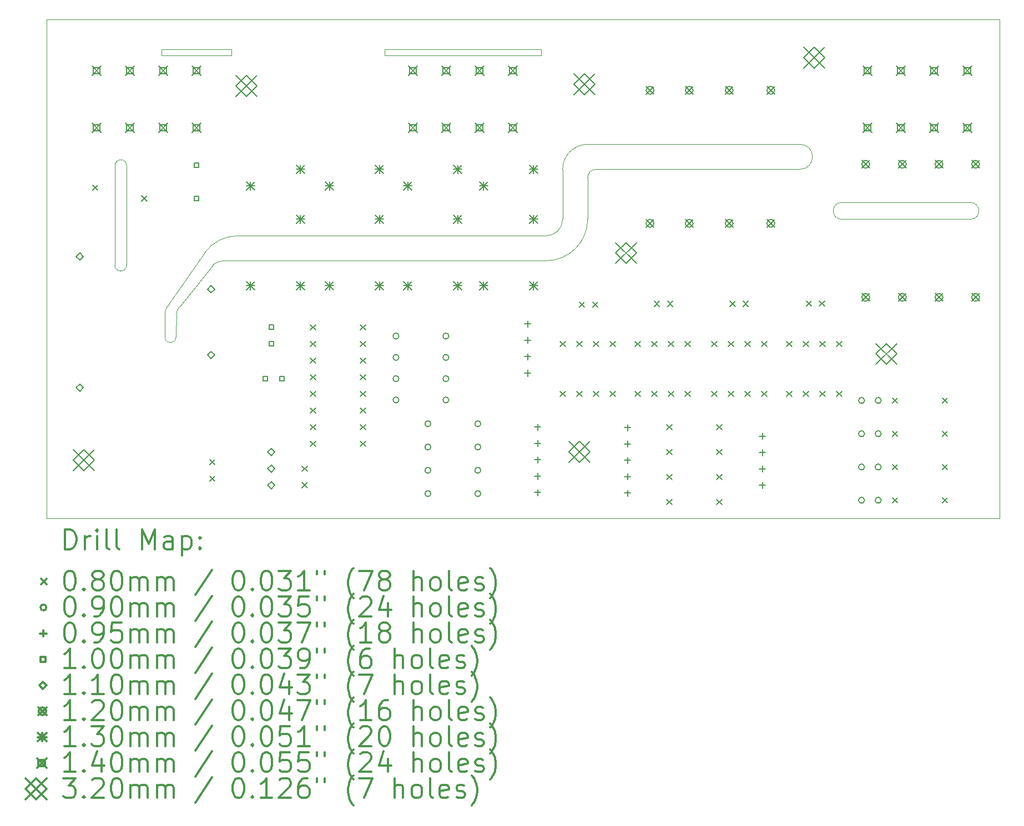
<source format=gbr>
%FSLAX45Y45*%
G04 Gerber Fmt 4.5, Leading zero omitted, Abs format (unit mm)*
G04 Created by KiCad (PCBNEW (5.1.6)-1) date 2021-09-22 13:30:48*
%MOMM*%
%LPD*%
G01*
G04 APERTURE LIST*
%TA.AperFunction,Profile*%
%ADD10C,0.050000*%
%TD*%
%TA.AperFunction,Profile*%
%ADD11C,0.100000*%
%TD*%
%ADD12C,0.200000*%
%ADD13C,0.300000*%
G04 APERTURE END LIST*
D10*
X4132013Y-5995328D02*
G75*
G02*
X3966000Y-5996000I-83013J1328D01*
G01*
D11*
X4138395Y-5651500D02*
X4132013Y-5995328D01*
D10*
X10541000Y-3429000D02*
X10922000Y-3429000D01*
X10922000Y-3048000D02*
X10414000Y-3048000D01*
X10414000Y-3556000D02*
G75*
G02*
X10541000Y-3429000I127000J0D01*
G01*
X10033000Y-3429000D02*
G75*
G02*
X10414000Y-3048000I381000J0D01*
G01*
X3380000Y-4889500D02*
G75*
G02*
X3200000Y-4889500I-90000J-5000D01*
G01*
X3202000Y-3378500D02*
G75*
G02*
X3382000Y-3378500I90000J5000D01*
G01*
X3380000Y-4889500D02*
X3382000Y-3378500D01*
X3202000Y-3378500D02*
X3200000Y-4889500D01*
X4697151Y-4887348D02*
G75*
G02*
X4862685Y-4826000I165533J-192652D01*
G01*
X3964484Y-5651500D02*
G75*
G02*
X4000500Y-5524500I241923J0D01*
G01*
X4138395Y-5651500D02*
G75*
G02*
X4191000Y-5524500I179605J0D01*
G01*
X4578362Y-4690662D02*
X4000500Y-5524500D01*
X4578362Y-4690662D02*
G75*
G02*
X5080000Y-4445000I501638J-389338D01*
G01*
X14287500Y-4191000D02*
G75*
G02*
X14287500Y-3937000I0J127000D01*
G01*
X13652500Y-3048000D02*
G75*
G02*
X13652500Y-3429000I0J-190500D01*
G01*
D11*
X4978400Y-1600200D02*
X4978400Y-1689100D01*
X3911600Y-1600200D02*
X4978400Y-1600200D01*
X3911600Y-1689100D02*
X3911600Y-1600200D01*
X4978400Y-1689100D02*
X3911600Y-1689100D01*
X9702800Y-1600200D02*
X9702800Y-1689100D01*
X7315200Y-1600200D02*
X9702800Y-1600200D01*
X7315200Y-1689100D02*
X7315200Y-1600200D01*
X9702800Y-1689100D02*
X7315200Y-1689100D01*
D10*
X16256000Y-3937000D02*
G75*
G02*
X16256000Y-4191000I0J-127000D01*
G01*
X10414000Y-4191000D02*
G75*
G02*
X9779000Y-4826000I-635000J0D01*
G01*
X10033000Y-4191000D02*
G75*
G02*
X9779000Y-4445000I-254000J0D01*
G01*
D11*
X10033000Y-3746500D02*
X10033000Y-3429000D01*
X10033000Y-3746500D02*
X10033000Y-4191000D01*
X10414000Y-3556000D02*
X10414000Y-4191000D01*
X10922000Y-3048000D02*
X11303000Y-3048000D01*
X11366500Y-3429000D02*
X10922000Y-3429000D01*
X15875000Y-3937000D02*
X16256000Y-3937000D01*
X16256000Y-4191000D02*
X15875000Y-4191000D01*
X11303000Y-3048000D02*
X13652500Y-3048000D01*
X13652500Y-3429000D02*
X11366500Y-3429000D01*
X15875000Y-4191000D02*
X14287500Y-4191000D01*
X14287500Y-3937000D02*
X15875000Y-3937000D01*
X5080000Y-4445000D02*
X9779000Y-4445000D01*
X3966000Y-5996000D02*
X3964484Y-5651500D01*
X4697151Y-4887348D02*
X4191000Y-5524500D01*
X9779000Y-4826000D02*
X4862685Y-4826000D01*
D10*
X2159000Y-8763000D02*
X2159000Y-1143000D01*
X16700500Y-1143000D02*
X2159000Y-1143000D01*
X16700500Y-8763000D02*
X2159000Y-8763000D01*
X16700500Y-8763000D02*
X16700500Y-1143000D01*
D12*
X15060300Y-8443600D02*
X15140300Y-8523600D01*
X15140300Y-8443600D02*
X15060300Y-8523600D01*
X15822300Y-8443600D02*
X15902300Y-8523600D01*
X15902300Y-8443600D02*
X15822300Y-8523600D01*
X4648840Y-7862448D02*
X4728840Y-7942448D01*
X4728840Y-7862448D02*
X4648840Y-7942448D01*
X4648840Y-8112448D02*
X4728840Y-8192448D01*
X4728840Y-8112448D02*
X4648840Y-8192448D01*
X6183000Y-5802000D02*
X6263000Y-5882000D01*
X6263000Y-5802000D02*
X6183000Y-5882000D01*
X6183000Y-6056000D02*
X6263000Y-6136000D01*
X6263000Y-6056000D02*
X6183000Y-6136000D01*
X6183000Y-6310000D02*
X6263000Y-6390000D01*
X6263000Y-6310000D02*
X6183000Y-6390000D01*
X6183000Y-6564000D02*
X6263000Y-6644000D01*
X6263000Y-6564000D02*
X6183000Y-6644000D01*
X6183000Y-6818000D02*
X6263000Y-6898000D01*
X6263000Y-6818000D02*
X6183000Y-6898000D01*
X6183000Y-7072000D02*
X6263000Y-7152000D01*
X6263000Y-7072000D02*
X6183000Y-7152000D01*
X6183000Y-7326000D02*
X6263000Y-7406000D01*
X6263000Y-7326000D02*
X6183000Y-7406000D01*
X6183000Y-7580000D02*
X6263000Y-7660000D01*
X6263000Y-7580000D02*
X6183000Y-7660000D01*
X6945000Y-5802000D02*
X7025000Y-5882000D01*
X7025000Y-5802000D02*
X6945000Y-5882000D01*
X6945000Y-6056000D02*
X7025000Y-6136000D01*
X7025000Y-6056000D02*
X6945000Y-6136000D01*
X6945000Y-6310000D02*
X7025000Y-6390000D01*
X7025000Y-6310000D02*
X6945000Y-6390000D01*
X6945000Y-6564000D02*
X7025000Y-6644000D01*
X7025000Y-6564000D02*
X6945000Y-6644000D01*
X6945000Y-6818000D02*
X7025000Y-6898000D01*
X7025000Y-6818000D02*
X6945000Y-6898000D01*
X6945000Y-7072000D02*
X7025000Y-7152000D01*
X7025000Y-7072000D02*
X6945000Y-7152000D01*
X6945000Y-7326000D02*
X7025000Y-7406000D01*
X7025000Y-7326000D02*
X6945000Y-7406000D01*
X6945000Y-7580000D02*
X7025000Y-7660000D01*
X7025000Y-7580000D02*
X6945000Y-7660000D01*
X11618600Y-8088000D02*
X11698600Y-8168000D01*
X11698600Y-8088000D02*
X11618600Y-8168000D01*
X12380600Y-8088000D02*
X12460600Y-8168000D01*
X12460600Y-8088000D02*
X12380600Y-8168000D01*
X12585730Y-5444368D02*
X12665730Y-5524368D01*
X12665730Y-5444368D02*
X12585730Y-5524368D01*
X12785730Y-5444368D02*
X12865730Y-5524368D01*
X12865730Y-5444368D02*
X12785730Y-5524368D01*
X15060300Y-6919600D02*
X15140300Y-6999600D01*
X15140300Y-6919600D02*
X15060300Y-6999600D01*
X15822300Y-6919600D02*
X15902300Y-6999600D01*
X15902300Y-6919600D02*
X15822300Y-6999600D01*
X6056000Y-7961000D02*
X6136000Y-8041000D01*
X6136000Y-7961000D02*
X6056000Y-8041000D01*
X6056000Y-8211000D02*
X6136000Y-8291000D01*
X6136000Y-8211000D02*
X6056000Y-8291000D01*
X9993000Y-6056000D02*
X10073000Y-6136000D01*
X10073000Y-6056000D02*
X9993000Y-6136000D01*
X9993000Y-6818000D02*
X10073000Y-6898000D01*
X10073000Y-6818000D02*
X9993000Y-6898000D01*
X10247000Y-6056000D02*
X10327000Y-6136000D01*
X10327000Y-6056000D02*
X10247000Y-6136000D01*
X10247000Y-6818000D02*
X10327000Y-6898000D01*
X10327000Y-6818000D02*
X10247000Y-6898000D01*
X10501000Y-6056000D02*
X10581000Y-6136000D01*
X10581000Y-6056000D02*
X10501000Y-6136000D01*
X10501000Y-6818000D02*
X10581000Y-6898000D01*
X10581000Y-6818000D02*
X10501000Y-6898000D01*
X10755000Y-6056000D02*
X10835000Y-6136000D01*
X10835000Y-6056000D02*
X10755000Y-6136000D01*
X10755000Y-6818000D02*
X10835000Y-6898000D01*
X10835000Y-6818000D02*
X10755000Y-6898000D01*
X11618600Y-7707000D02*
X11698600Y-7787000D01*
X11698600Y-7707000D02*
X11618600Y-7787000D01*
X12380600Y-7707000D02*
X12460600Y-7787000D01*
X12460600Y-7707000D02*
X12380600Y-7787000D01*
X15060300Y-7427600D02*
X15140300Y-7507600D01*
X15140300Y-7427600D02*
X15060300Y-7507600D01*
X15822300Y-7427600D02*
X15902300Y-7507600D01*
X15902300Y-7427600D02*
X15822300Y-7507600D01*
X11431300Y-5444368D02*
X11511300Y-5524368D01*
X11511300Y-5444368D02*
X11431300Y-5524368D01*
X11631300Y-5444368D02*
X11711300Y-5524368D01*
X11711300Y-5444368D02*
X11631300Y-5524368D01*
X11136000Y-6056000D02*
X11216000Y-6136000D01*
X11216000Y-6056000D02*
X11136000Y-6136000D01*
X11136000Y-6818000D02*
X11216000Y-6898000D01*
X11216000Y-6818000D02*
X11136000Y-6898000D01*
X11390000Y-6056000D02*
X11470000Y-6136000D01*
X11470000Y-6056000D02*
X11390000Y-6136000D01*
X11390000Y-6818000D02*
X11470000Y-6898000D01*
X11470000Y-6818000D02*
X11390000Y-6898000D01*
X11644000Y-6056000D02*
X11724000Y-6136000D01*
X11724000Y-6056000D02*
X11644000Y-6136000D01*
X11644000Y-6818000D02*
X11724000Y-6898000D01*
X11724000Y-6818000D02*
X11644000Y-6898000D01*
X11898000Y-6056000D02*
X11978000Y-6136000D01*
X11978000Y-6056000D02*
X11898000Y-6136000D01*
X11898000Y-6818000D02*
X11978000Y-6898000D01*
X11978000Y-6818000D02*
X11898000Y-6898000D01*
X13749812Y-5441066D02*
X13829812Y-5521066D01*
X13829812Y-5441066D02*
X13749812Y-5521066D01*
X13949812Y-5441066D02*
X14029812Y-5521066D01*
X14029812Y-5441066D02*
X13949812Y-5521066D01*
X11618600Y-8469000D02*
X11698600Y-8549000D01*
X11698600Y-8469000D02*
X11618600Y-8549000D01*
X12380600Y-8469000D02*
X12460600Y-8549000D01*
X12460600Y-8469000D02*
X12380600Y-8549000D01*
X10288656Y-5454528D02*
X10368656Y-5534528D01*
X10368656Y-5454528D02*
X10288656Y-5534528D01*
X10488656Y-5454528D02*
X10568656Y-5534528D01*
X10568656Y-5454528D02*
X10488656Y-5534528D01*
X2861000Y-3669667D02*
X2941000Y-3749667D01*
X2941000Y-3669667D02*
X2861000Y-3749667D01*
X3611000Y-3833000D02*
X3691000Y-3913000D01*
X3691000Y-3833000D02*
X3611000Y-3913000D01*
X12304400Y-6056000D02*
X12384400Y-6136000D01*
X12384400Y-6056000D02*
X12304400Y-6136000D01*
X12304400Y-6818000D02*
X12384400Y-6898000D01*
X12384400Y-6818000D02*
X12304400Y-6898000D01*
X12558400Y-6056000D02*
X12638400Y-6136000D01*
X12638400Y-6056000D02*
X12558400Y-6136000D01*
X12558400Y-6818000D02*
X12638400Y-6898000D01*
X12638400Y-6818000D02*
X12558400Y-6898000D01*
X12812400Y-6056000D02*
X12892400Y-6136000D01*
X12892400Y-6056000D02*
X12812400Y-6136000D01*
X12812400Y-6818000D02*
X12892400Y-6898000D01*
X12892400Y-6818000D02*
X12812400Y-6898000D01*
X13066400Y-6056000D02*
X13146400Y-6136000D01*
X13146400Y-6056000D02*
X13066400Y-6136000D01*
X13066400Y-6818000D02*
X13146400Y-6898000D01*
X13146400Y-6818000D02*
X13066400Y-6898000D01*
X11618600Y-7326000D02*
X11698600Y-7406000D01*
X11698600Y-7326000D02*
X11618600Y-7406000D01*
X12380600Y-7326000D02*
X12460600Y-7406000D01*
X12460600Y-7326000D02*
X12380600Y-7406000D01*
X15060300Y-7935600D02*
X15140300Y-8015600D01*
X15140300Y-7935600D02*
X15060300Y-8015600D01*
X15822300Y-7935600D02*
X15902300Y-8015600D01*
X15902300Y-7935600D02*
X15822300Y-8015600D01*
X13447400Y-6056000D02*
X13527400Y-6136000D01*
X13527400Y-6056000D02*
X13447400Y-6136000D01*
X13447400Y-6818000D02*
X13527400Y-6898000D01*
X13527400Y-6818000D02*
X13447400Y-6898000D01*
X13701400Y-6056000D02*
X13781400Y-6136000D01*
X13781400Y-6056000D02*
X13701400Y-6136000D01*
X13701400Y-6818000D02*
X13781400Y-6898000D01*
X13781400Y-6818000D02*
X13701400Y-6898000D01*
X13955400Y-6056000D02*
X14035400Y-6136000D01*
X14035400Y-6056000D02*
X13955400Y-6136000D01*
X13955400Y-6818000D02*
X14035400Y-6898000D01*
X14035400Y-6818000D02*
X13955400Y-6898000D01*
X14209400Y-6056000D02*
X14289400Y-6136000D01*
X14289400Y-6056000D02*
X14209400Y-6136000D01*
X14209400Y-6818000D02*
X14289400Y-6898000D01*
X14289400Y-6818000D02*
X14209400Y-6898000D01*
X14637300Y-8483600D02*
G75*
G03*
X14637300Y-8483600I-45000J0D01*
G01*
X14891300Y-8483600D02*
G75*
G03*
X14891300Y-8483600I-45000J0D01*
G01*
X8020600Y-8382000D02*
G75*
G03*
X8020600Y-8382000I-45000J0D01*
G01*
X8782600Y-8382000D02*
G75*
G03*
X8782600Y-8382000I-45000J0D01*
G01*
X14637300Y-7467600D02*
G75*
G03*
X14637300Y-7467600I-45000J0D01*
G01*
X14891300Y-7467600D02*
G75*
G03*
X14891300Y-7467600I-45000J0D01*
G01*
X8020600Y-7315200D02*
G75*
G03*
X8020600Y-7315200I-45000J0D01*
G01*
X8782600Y-7315200D02*
G75*
G03*
X8782600Y-7315200I-45000J0D01*
G01*
X8020600Y-8026400D02*
G75*
G03*
X8020600Y-8026400I-45000J0D01*
G01*
X8782600Y-8026400D02*
G75*
G03*
X8782600Y-8026400I-45000J0D01*
G01*
X7534400Y-6952000D02*
G75*
G03*
X7534400Y-6952000I-45000J0D01*
G01*
X8296400Y-6952000D02*
G75*
G03*
X8296400Y-6952000I-45000J0D01*
G01*
X7534400Y-6302000D02*
G75*
G03*
X7534400Y-6302000I-45000J0D01*
G01*
X8296400Y-6302000D02*
G75*
G03*
X8296400Y-6302000I-45000J0D01*
G01*
X7534400Y-5977000D02*
G75*
G03*
X7534400Y-5977000I-45000J0D01*
G01*
X8296400Y-5977000D02*
G75*
G03*
X8296400Y-5977000I-45000J0D01*
G01*
X14637300Y-7975600D02*
G75*
G03*
X14637300Y-7975600I-45000J0D01*
G01*
X14891300Y-7975600D02*
G75*
G03*
X14891300Y-7975600I-45000J0D01*
G01*
X8020600Y-7670800D02*
G75*
G03*
X8020600Y-7670800I-45000J0D01*
G01*
X8782600Y-7670800D02*
G75*
G03*
X8782600Y-7670800I-45000J0D01*
G01*
X14637300Y-6959600D02*
G75*
G03*
X14637300Y-6959600I-45000J0D01*
G01*
X14891300Y-6959600D02*
G75*
G03*
X14891300Y-6959600I-45000J0D01*
G01*
X7534400Y-6627000D02*
G75*
G03*
X7534400Y-6627000I-45000J0D01*
G01*
X8296400Y-6627000D02*
G75*
G03*
X8296400Y-6627000I-45000J0D01*
G01*
X13081000Y-7457500D02*
X13081000Y-7552500D01*
X13033500Y-7505000D02*
X13128500Y-7505000D01*
X13081000Y-7707500D02*
X13081000Y-7802500D01*
X13033500Y-7755000D02*
X13128500Y-7755000D01*
X13081000Y-7957500D02*
X13081000Y-8052500D01*
X13033500Y-8005000D02*
X13128500Y-8005000D01*
X13081000Y-8207500D02*
X13081000Y-8302500D01*
X13033500Y-8255000D02*
X13128500Y-8255000D01*
X11023600Y-7326500D02*
X11023600Y-7421500D01*
X10976100Y-7374000D02*
X11071100Y-7374000D01*
X11023600Y-7576500D02*
X11023600Y-7671500D01*
X10976100Y-7624000D02*
X11071100Y-7624000D01*
X11023600Y-7826500D02*
X11023600Y-7921500D01*
X10976100Y-7874000D02*
X11071100Y-7874000D01*
X11023600Y-8076500D02*
X11023600Y-8171500D01*
X10976100Y-8124000D02*
X11071100Y-8124000D01*
X11023600Y-8326500D02*
X11023600Y-8421500D01*
X10976100Y-8374000D02*
X11071100Y-8374000D01*
X9652000Y-7318500D02*
X9652000Y-7413500D01*
X9604500Y-7366000D02*
X9699500Y-7366000D01*
X9652000Y-7568500D02*
X9652000Y-7663500D01*
X9604500Y-7616000D02*
X9699500Y-7616000D01*
X9652000Y-7818500D02*
X9652000Y-7913500D01*
X9604500Y-7866000D02*
X9699500Y-7866000D01*
X9652000Y-8068500D02*
X9652000Y-8163500D01*
X9604500Y-8116000D02*
X9699500Y-8116000D01*
X9652000Y-8318500D02*
X9652000Y-8413500D01*
X9604500Y-8366000D02*
X9699500Y-8366000D01*
X9499600Y-5743700D02*
X9499600Y-5838700D01*
X9452100Y-5791200D02*
X9547100Y-5791200D01*
X9499600Y-5993700D02*
X9499600Y-6088700D01*
X9452100Y-6041200D02*
X9547100Y-6041200D01*
X9499600Y-6243700D02*
X9499600Y-6338700D01*
X9452100Y-6291200D02*
X9547100Y-6291200D01*
X9499600Y-6493700D02*
X9499600Y-6588700D01*
X9452100Y-6541200D02*
X9547100Y-6541200D01*
X5531916Y-6662470D02*
X5531916Y-6591758D01*
X5461204Y-6591758D01*
X5461204Y-6662470D01*
X5531916Y-6662470D01*
X5785916Y-6662470D02*
X5785916Y-6591758D01*
X5715204Y-6591758D01*
X5715204Y-6662470D01*
X5785916Y-6662470D01*
X4480356Y-3400856D02*
X4480356Y-3330144D01*
X4409644Y-3330144D01*
X4409644Y-3400856D01*
X4480356Y-3400856D01*
X4480356Y-3908856D02*
X4480356Y-3838144D01*
X4409644Y-3838144D01*
X4409644Y-3908856D01*
X4480356Y-3908856D01*
X5624626Y-5876594D02*
X5624626Y-5805882D01*
X5553914Y-5805882D01*
X5553914Y-5876594D01*
X5624626Y-5876594D01*
X5624626Y-6126594D02*
X5624626Y-6055882D01*
X5553914Y-6055882D01*
X5553914Y-6126594D01*
X5624626Y-6126594D01*
X2667000Y-4817500D02*
X2722000Y-4762500D01*
X2667000Y-4707500D01*
X2612000Y-4762500D01*
X2667000Y-4817500D01*
X2667000Y-6817500D02*
X2722000Y-6762500D01*
X2667000Y-6707500D01*
X2612000Y-6762500D01*
X2667000Y-6817500D01*
X4667000Y-5317500D02*
X4722000Y-5262500D01*
X4667000Y-5207500D01*
X4612000Y-5262500D01*
X4667000Y-5317500D01*
X4667000Y-6317500D02*
X4722000Y-6262500D01*
X4667000Y-6207500D01*
X4612000Y-6262500D01*
X4667000Y-6317500D01*
X5588000Y-7802000D02*
X5643000Y-7747000D01*
X5588000Y-7692000D01*
X5533000Y-7747000D01*
X5588000Y-7802000D01*
X5588000Y-8056000D02*
X5643000Y-8001000D01*
X5588000Y-7946000D01*
X5533000Y-8001000D01*
X5588000Y-8056000D01*
X5588000Y-8310000D02*
X5643000Y-8255000D01*
X5588000Y-8200000D01*
X5533000Y-8255000D01*
X5588000Y-8310000D01*
X16272200Y-3292800D02*
X16392200Y-3412800D01*
X16392200Y-3292800D02*
X16272200Y-3412800D01*
X16392200Y-3352800D02*
G75*
G03*
X16392200Y-3352800I-60000J0D01*
G01*
X16272200Y-5324800D02*
X16392200Y-5444800D01*
X16392200Y-5324800D02*
X16272200Y-5444800D01*
X16392200Y-5384800D02*
G75*
G03*
X16392200Y-5384800I-60000J0D01*
G01*
X14595800Y-3292800D02*
X14715800Y-3412800D01*
X14715800Y-3292800D02*
X14595800Y-3412800D01*
X14715800Y-3352800D02*
G75*
G03*
X14715800Y-3352800I-60000J0D01*
G01*
X14595800Y-5324800D02*
X14715800Y-5444800D01*
X14715800Y-5324800D02*
X14595800Y-5444800D01*
X14715800Y-5384800D02*
G75*
G03*
X14715800Y-5384800I-60000J0D01*
G01*
X11903400Y-2162500D02*
X12023400Y-2282500D01*
X12023400Y-2162500D02*
X11903400Y-2282500D01*
X12023400Y-2222500D02*
G75*
G03*
X12023400Y-2222500I-60000J0D01*
G01*
X11903400Y-4194500D02*
X12023400Y-4314500D01*
X12023400Y-4194500D02*
X11903400Y-4314500D01*
X12023400Y-4254500D02*
G75*
G03*
X12023400Y-4254500I-60000J0D01*
G01*
X15713400Y-3292800D02*
X15833400Y-3412800D01*
X15833400Y-3292800D02*
X15713400Y-3412800D01*
X15833400Y-3352800D02*
G75*
G03*
X15833400Y-3352800I-60000J0D01*
G01*
X15713400Y-5324800D02*
X15833400Y-5444800D01*
X15833400Y-5324800D02*
X15713400Y-5444800D01*
X15833400Y-5384800D02*
G75*
G03*
X15833400Y-5384800I-60000J0D01*
G01*
X12513000Y-2162500D02*
X12633000Y-2282500D01*
X12633000Y-2162500D02*
X12513000Y-2282500D01*
X12633000Y-2222500D02*
G75*
G03*
X12633000Y-2222500I-60000J0D01*
G01*
X12513000Y-4194500D02*
X12633000Y-4314500D01*
X12633000Y-4194500D02*
X12513000Y-4314500D01*
X12633000Y-4254500D02*
G75*
G03*
X12633000Y-4254500I-60000J0D01*
G01*
X11306500Y-2162500D02*
X11426500Y-2282500D01*
X11426500Y-2162500D02*
X11306500Y-2282500D01*
X11426500Y-2222500D02*
G75*
G03*
X11426500Y-2222500I-60000J0D01*
G01*
X11306500Y-4194500D02*
X11426500Y-4314500D01*
X11426500Y-4194500D02*
X11306500Y-4314500D01*
X11426500Y-4254500D02*
G75*
G03*
X11426500Y-4254500I-60000J0D01*
G01*
X13148000Y-2162500D02*
X13268000Y-2282500D01*
X13268000Y-2162500D02*
X13148000Y-2282500D01*
X13268000Y-2222500D02*
G75*
G03*
X13268000Y-2222500I-60000J0D01*
G01*
X13148000Y-4194500D02*
X13268000Y-4314500D01*
X13268000Y-4194500D02*
X13148000Y-4314500D01*
X13268000Y-4254500D02*
G75*
G03*
X13268000Y-4254500I-60000J0D01*
G01*
X15154600Y-3292800D02*
X15274600Y-3412800D01*
X15274600Y-3292800D02*
X15154600Y-3412800D01*
X15274600Y-3352800D02*
G75*
G03*
X15274600Y-3352800I-60000J0D01*
G01*
X15154600Y-5324800D02*
X15274600Y-5444800D01*
X15274600Y-5324800D02*
X15154600Y-5444800D01*
X15274600Y-5384800D02*
G75*
G03*
X15274600Y-5384800I-60000J0D01*
G01*
X5205500Y-3618000D02*
X5335500Y-3748000D01*
X5335500Y-3618000D02*
X5205500Y-3748000D01*
X5270500Y-3618000D02*
X5270500Y-3748000D01*
X5205500Y-3683000D02*
X5335500Y-3683000D01*
X5205500Y-5142000D02*
X5335500Y-5272000D01*
X5335500Y-5142000D02*
X5205500Y-5272000D01*
X5270500Y-5142000D02*
X5270500Y-5272000D01*
X5205500Y-5207000D02*
X5335500Y-5207000D01*
X5967500Y-3364000D02*
X6097500Y-3494000D01*
X6097500Y-3364000D02*
X5967500Y-3494000D01*
X6032500Y-3364000D02*
X6032500Y-3494000D01*
X5967500Y-3429000D02*
X6097500Y-3429000D01*
X5967500Y-4126000D02*
X6097500Y-4256000D01*
X6097500Y-4126000D02*
X5967500Y-4256000D01*
X6032500Y-4126000D02*
X6032500Y-4256000D01*
X5967500Y-4191000D02*
X6097500Y-4191000D01*
X5967500Y-5142000D02*
X6097500Y-5272000D01*
X6097500Y-5142000D02*
X5967500Y-5272000D01*
X6032500Y-5142000D02*
X6032500Y-5272000D01*
X5967500Y-5207000D02*
X6097500Y-5207000D01*
X8761500Y-3618000D02*
X8891500Y-3748000D01*
X8891500Y-3618000D02*
X8761500Y-3748000D01*
X8826500Y-3618000D02*
X8826500Y-3748000D01*
X8761500Y-3683000D02*
X8891500Y-3683000D01*
X8761500Y-5142000D02*
X8891500Y-5272000D01*
X8891500Y-5142000D02*
X8761500Y-5272000D01*
X8826500Y-5142000D02*
X8826500Y-5272000D01*
X8761500Y-5207000D02*
X8891500Y-5207000D01*
X9523500Y-3364000D02*
X9653500Y-3494000D01*
X9653500Y-3364000D02*
X9523500Y-3494000D01*
X9588500Y-3364000D02*
X9588500Y-3494000D01*
X9523500Y-3429000D02*
X9653500Y-3429000D01*
X9523500Y-4126000D02*
X9653500Y-4256000D01*
X9653500Y-4126000D02*
X9523500Y-4256000D01*
X9588500Y-4126000D02*
X9588500Y-4256000D01*
X9523500Y-4191000D02*
X9653500Y-4191000D01*
X9523500Y-5142000D02*
X9653500Y-5272000D01*
X9653500Y-5142000D02*
X9523500Y-5272000D01*
X9588500Y-5142000D02*
X9588500Y-5272000D01*
X9523500Y-5207000D02*
X9653500Y-5207000D01*
X7605800Y-3618000D02*
X7735800Y-3748000D01*
X7735800Y-3618000D02*
X7605800Y-3748000D01*
X7670800Y-3618000D02*
X7670800Y-3748000D01*
X7605800Y-3683000D02*
X7735800Y-3683000D01*
X7605800Y-5142000D02*
X7735800Y-5272000D01*
X7735800Y-5142000D02*
X7605800Y-5272000D01*
X7670800Y-5142000D02*
X7670800Y-5272000D01*
X7605800Y-5207000D02*
X7735800Y-5207000D01*
X8367800Y-3364000D02*
X8497800Y-3494000D01*
X8497800Y-3364000D02*
X8367800Y-3494000D01*
X8432800Y-3364000D02*
X8432800Y-3494000D01*
X8367800Y-3429000D02*
X8497800Y-3429000D01*
X8367800Y-4126000D02*
X8497800Y-4256000D01*
X8497800Y-4126000D02*
X8367800Y-4256000D01*
X8432800Y-4126000D02*
X8432800Y-4256000D01*
X8367800Y-4191000D02*
X8497800Y-4191000D01*
X8367800Y-5142000D02*
X8497800Y-5272000D01*
X8497800Y-5142000D02*
X8367800Y-5272000D01*
X8432800Y-5142000D02*
X8432800Y-5272000D01*
X8367800Y-5207000D02*
X8497800Y-5207000D01*
X6412000Y-3618000D02*
X6542000Y-3748000D01*
X6542000Y-3618000D02*
X6412000Y-3748000D01*
X6477000Y-3618000D02*
X6477000Y-3748000D01*
X6412000Y-3683000D02*
X6542000Y-3683000D01*
X6412000Y-5142000D02*
X6542000Y-5272000D01*
X6542000Y-5142000D02*
X6412000Y-5272000D01*
X6477000Y-5142000D02*
X6477000Y-5272000D01*
X6412000Y-5207000D02*
X6542000Y-5207000D01*
X7174000Y-3364000D02*
X7304000Y-3494000D01*
X7304000Y-3364000D02*
X7174000Y-3494000D01*
X7239000Y-3364000D02*
X7239000Y-3494000D01*
X7174000Y-3429000D02*
X7304000Y-3429000D01*
X7174000Y-4126000D02*
X7304000Y-4256000D01*
X7304000Y-4126000D02*
X7174000Y-4256000D01*
X7239000Y-4126000D02*
X7239000Y-4256000D01*
X7174000Y-4191000D02*
X7304000Y-4191000D01*
X7174000Y-5142000D02*
X7304000Y-5272000D01*
X7304000Y-5142000D02*
X7174000Y-5272000D01*
X7239000Y-5142000D02*
X7239000Y-5272000D01*
X7174000Y-5207000D02*
X7304000Y-5207000D01*
X14611200Y-1854000D02*
X14751200Y-1994000D01*
X14751200Y-1854000D02*
X14611200Y-1994000D01*
X14730698Y-1973498D02*
X14730698Y-1874502D01*
X14631702Y-1874502D01*
X14631702Y-1973498D01*
X14730698Y-1973498D01*
X14611200Y-2724000D02*
X14751200Y-2864000D01*
X14751200Y-2724000D02*
X14611200Y-2864000D01*
X14730698Y-2843498D02*
X14730698Y-2744502D01*
X14631702Y-2744502D01*
X14631702Y-2843498D01*
X14730698Y-2843498D01*
X15119200Y-1854000D02*
X15259200Y-1994000D01*
X15259200Y-1854000D02*
X15119200Y-1994000D01*
X15238698Y-1973498D02*
X15238698Y-1874502D01*
X15139702Y-1874502D01*
X15139702Y-1973498D01*
X15238698Y-1973498D01*
X15119200Y-2724000D02*
X15259200Y-2864000D01*
X15259200Y-2724000D02*
X15119200Y-2864000D01*
X15238698Y-2843498D02*
X15238698Y-2744502D01*
X15139702Y-2744502D01*
X15139702Y-2843498D01*
X15238698Y-2843498D01*
X15627200Y-1854000D02*
X15767200Y-1994000D01*
X15767200Y-1854000D02*
X15627200Y-1994000D01*
X15746698Y-1973498D02*
X15746698Y-1874502D01*
X15647702Y-1874502D01*
X15647702Y-1973498D01*
X15746698Y-1973498D01*
X15627200Y-2724000D02*
X15767200Y-2864000D01*
X15767200Y-2724000D02*
X15627200Y-2864000D01*
X15746698Y-2843498D02*
X15746698Y-2744502D01*
X15647702Y-2744502D01*
X15647702Y-2843498D01*
X15746698Y-2843498D01*
X16135200Y-1854000D02*
X16275200Y-1994000D01*
X16275200Y-1854000D02*
X16135200Y-1994000D01*
X16254698Y-1973498D02*
X16254698Y-1874502D01*
X16155702Y-1874502D01*
X16155702Y-1973498D01*
X16254698Y-1973498D01*
X16135200Y-2724000D02*
X16275200Y-2864000D01*
X16275200Y-2724000D02*
X16135200Y-2864000D01*
X16254698Y-2843498D02*
X16254698Y-2744502D01*
X16155702Y-2744502D01*
X16155702Y-2843498D01*
X16254698Y-2843498D01*
X2851000Y-1854000D02*
X2991000Y-1994000D01*
X2991000Y-1854000D02*
X2851000Y-1994000D01*
X2970498Y-1973498D02*
X2970498Y-1874502D01*
X2871502Y-1874502D01*
X2871502Y-1973498D01*
X2970498Y-1973498D01*
X2851000Y-2724000D02*
X2991000Y-2864000D01*
X2991000Y-2724000D02*
X2851000Y-2864000D01*
X2970498Y-2843498D02*
X2970498Y-2744502D01*
X2871502Y-2744502D01*
X2871502Y-2843498D01*
X2970498Y-2843498D01*
X3359000Y-1854000D02*
X3499000Y-1994000D01*
X3499000Y-1854000D02*
X3359000Y-1994000D01*
X3478498Y-1973498D02*
X3478498Y-1874502D01*
X3379502Y-1874502D01*
X3379502Y-1973498D01*
X3478498Y-1973498D01*
X3359000Y-2724000D02*
X3499000Y-2864000D01*
X3499000Y-2724000D02*
X3359000Y-2864000D01*
X3478498Y-2843498D02*
X3478498Y-2744502D01*
X3379502Y-2744502D01*
X3379502Y-2843498D01*
X3478498Y-2843498D01*
X3867000Y-1854000D02*
X4007000Y-1994000D01*
X4007000Y-1854000D02*
X3867000Y-1994000D01*
X3986498Y-1973498D02*
X3986498Y-1874502D01*
X3887502Y-1874502D01*
X3887502Y-1973498D01*
X3986498Y-1973498D01*
X3867000Y-2724000D02*
X4007000Y-2864000D01*
X4007000Y-2724000D02*
X3867000Y-2864000D01*
X3986498Y-2843498D02*
X3986498Y-2744502D01*
X3887502Y-2744502D01*
X3887502Y-2843498D01*
X3986498Y-2843498D01*
X4375000Y-1854000D02*
X4515000Y-1994000D01*
X4515000Y-1854000D02*
X4375000Y-1994000D01*
X4494498Y-1973498D02*
X4494498Y-1874502D01*
X4395502Y-1874502D01*
X4395502Y-1973498D01*
X4494498Y-1973498D01*
X4375000Y-2724000D02*
X4515000Y-2864000D01*
X4515000Y-2724000D02*
X4375000Y-2864000D01*
X4494498Y-2843498D02*
X4494498Y-2744502D01*
X4395502Y-2744502D01*
X4395502Y-2843498D01*
X4494498Y-2843498D01*
X7677000Y-1854000D02*
X7817000Y-1994000D01*
X7817000Y-1854000D02*
X7677000Y-1994000D01*
X7796498Y-1973498D02*
X7796498Y-1874502D01*
X7697502Y-1874502D01*
X7697502Y-1973498D01*
X7796498Y-1973498D01*
X7677000Y-2724000D02*
X7817000Y-2864000D01*
X7817000Y-2724000D02*
X7677000Y-2864000D01*
X7796498Y-2843498D02*
X7796498Y-2744502D01*
X7697502Y-2744502D01*
X7697502Y-2843498D01*
X7796498Y-2843498D01*
X8185000Y-1854000D02*
X8325000Y-1994000D01*
X8325000Y-1854000D02*
X8185000Y-1994000D01*
X8304498Y-1973498D02*
X8304498Y-1874502D01*
X8205502Y-1874502D01*
X8205502Y-1973498D01*
X8304498Y-1973498D01*
X8185000Y-2724000D02*
X8325000Y-2864000D01*
X8325000Y-2724000D02*
X8185000Y-2864000D01*
X8304498Y-2843498D02*
X8304498Y-2744502D01*
X8205502Y-2744502D01*
X8205502Y-2843498D01*
X8304498Y-2843498D01*
X8693000Y-1854000D02*
X8833000Y-1994000D01*
X8833000Y-1854000D02*
X8693000Y-1994000D01*
X8812498Y-1973498D02*
X8812498Y-1874502D01*
X8713502Y-1874502D01*
X8713502Y-1973498D01*
X8812498Y-1973498D01*
X8693000Y-2724000D02*
X8833000Y-2864000D01*
X8833000Y-2724000D02*
X8693000Y-2864000D01*
X8812498Y-2843498D02*
X8812498Y-2744502D01*
X8713502Y-2744502D01*
X8713502Y-2843498D01*
X8812498Y-2843498D01*
X9201000Y-1854000D02*
X9341000Y-1994000D01*
X9341000Y-1854000D02*
X9201000Y-1994000D01*
X9320498Y-1973498D02*
X9320498Y-1874502D01*
X9221502Y-1874502D01*
X9221502Y-1973498D01*
X9320498Y-1973498D01*
X9201000Y-2724000D02*
X9341000Y-2864000D01*
X9341000Y-2724000D02*
X9201000Y-2864000D01*
X9320498Y-2843498D02*
X9320498Y-2744502D01*
X9221502Y-2744502D01*
X9221502Y-2843498D01*
X9320498Y-2843498D01*
X10127000Y-7587000D02*
X10447000Y-7907000D01*
X10447000Y-7587000D02*
X10127000Y-7907000D01*
X10287000Y-7907000D02*
X10447000Y-7747000D01*
X10287000Y-7587000D01*
X10127000Y-7747000D01*
X10287000Y-7907000D01*
X13708400Y-1567200D02*
X14028400Y-1887200D01*
X14028400Y-1567200D02*
X13708400Y-1887200D01*
X13868400Y-1887200D02*
X14028400Y-1727200D01*
X13868400Y-1567200D01*
X13708400Y-1727200D01*
X13868400Y-1887200D01*
X10203200Y-1973600D02*
X10523200Y-2293600D01*
X10523200Y-1973600D02*
X10203200Y-2293600D01*
X10363200Y-2293600D02*
X10523200Y-2133600D01*
X10363200Y-1973600D01*
X10203200Y-2133600D01*
X10363200Y-2293600D01*
X2570500Y-7714000D02*
X2890500Y-8034000D01*
X2890500Y-7714000D02*
X2570500Y-8034000D01*
X2730500Y-8034000D02*
X2890500Y-7874000D01*
X2730500Y-7714000D01*
X2570500Y-7874000D01*
X2730500Y-8034000D01*
X5047000Y-1999000D02*
X5367000Y-2319000D01*
X5367000Y-1999000D02*
X5047000Y-2319000D01*
X5207000Y-2319000D02*
X5367000Y-2159000D01*
X5207000Y-1999000D01*
X5047000Y-2159000D01*
X5207000Y-2319000D01*
X14812030Y-6088908D02*
X15132030Y-6408908D01*
X15132030Y-6088908D02*
X14812030Y-6408908D01*
X14972030Y-6408908D02*
X15132030Y-6248908D01*
X14972030Y-6088908D01*
X14812030Y-6248908D01*
X14972030Y-6408908D01*
X10837692Y-4547890D02*
X11157692Y-4867890D01*
X11157692Y-4547890D02*
X10837692Y-4867890D01*
X10997692Y-4867890D02*
X11157692Y-4707890D01*
X10997692Y-4547890D01*
X10837692Y-4707890D01*
X10997692Y-4867890D01*
D13*
X2442928Y-9231214D02*
X2442928Y-8931214D01*
X2514357Y-8931214D01*
X2557214Y-8945500D01*
X2585786Y-8974072D01*
X2600071Y-9002643D01*
X2614357Y-9059786D01*
X2614357Y-9102643D01*
X2600071Y-9159786D01*
X2585786Y-9188357D01*
X2557214Y-9216929D01*
X2514357Y-9231214D01*
X2442928Y-9231214D01*
X2742928Y-9231214D02*
X2742928Y-9031214D01*
X2742928Y-9088357D02*
X2757214Y-9059786D01*
X2771500Y-9045500D01*
X2800071Y-9031214D01*
X2828643Y-9031214D01*
X2928643Y-9231214D02*
X2928643Y-9031214D01*
X2928643Y-8931214D02*
X2914357Y-8945500D01*
X2928643Y-8959786D01*
X2942928Y-8945500D01*
X2928643Y-8931214D01*
X2928643Y-8959786D01*
X3114357Y-9231214D02*
X3085786Y-9216929D01*
X3071500Y-9188357D01*
X3071500Y-8931214D01*
X3271500Y-9231214D02*
X3242928Y-9216929D01*
X3228643Y-9188357D01*
X3228643Y-8931214D01*
X3614357Y-9231214D02*
X3614357Y-8931214D01*
X3714357Y-9145500D01*
X3814357Y-8931214D01*
X3814357Y-9231214D01*
X4085786Y-9231214D02*
X4085786Y-9074072D01*
X4071500Y-9045500D01*
X4042928Y-9031214D01*
X3985786Y-9031214D01*
X3957214Y-9045500D01*
X4085786Y-9216929D02*
X4057214Y-9231214D01*
X3985786Y-9231214D01*
X3957214Y-9216929D01*
X3942928Y-9188357D01*
X3942928Y-9159786D01*
X3957214Y-9131214D01*
X3985786Y-9116929D01*
X4057214Y-9116929D01*
X4085786Y-9102643D01*
X4228643Y-9031214D02*
X4228643Y-9331214D01*
X4228643Y-9045500D02*
X4257214Y-9031214D01*
X4314357Y-9031214D01*
X4342928Y-9045500D01*
X4357214Y-9059786D01*
X4371500Y-9088357D01*
X4371500Y-9174072D01*
X4357214Y-9202643D01*
X4342928Y-9216929D01*
X4314357Y-9231214D01*
X4257214Y-9231214D01*
X4228643Y-9216929D01*
X4500071Y-9202643D02*
X4514357Y-9216929D01*
X4500071Y-9231214D01*
X4485786Y-9216929D01*
X4500071Y-9202643D01*
X4500071Y-9231214D01*
X4500071Y-9045500D02*
X4514357Y-9059786D01*
X4500071Y-9074072D01*
X4485786Y-9059786D01*
X4500071Y-9045500D01*
X4500071Y-9074072D01*
X2076500Y-9685500D02*
X2156500Y-9765500D01*
X2156500Y-9685500D02*
X2076500Y-9765500D01*
X2500071Y-9561214D02*
X2528643Y-9561214D01*
X2557214Y-9575500D01*
X2571500Y-9589786D01*
X2585786Y-9618357D01*
X2600071Y-9675500D01*
X2600071Y-9746929D01*
X2585786Y-9804072D01*
X2571500Y-9832643D01*
X2557214Y-9846929D01*
X2528643Y-9861214D01*
X2500071Y-9861214D01*
X2471500Y-9846929D01*
X2457214Y-9832643D01*
X2442928Y-9804072D01*
X2428643Y-9746929D01*
X2428643Y-9675500D01*
X2442928Y-9618357D01*
X2457214Y-9589786D01*
X2471500Y-9575500D01*
X2500071Y-9561214D01*
X2728643Y-9832643D02*
X2742928Y-9846929D01*
X2728643Y-9861214D01*
X2714357Y-9846929D01*
X2728643Y-9832643D01*
X2728643Y-9861214D01*
X2914357Y-9689786D02*
X2885786Y-9675500D01*
X2871500Y-9661214D01*
X2857214Y-9632643D01*
X2857214Y-9618357D01*
X2871500Y-9589786D01*
X2885786Y-9575500D01*
X2914357Y-9561214D01*
X2971500Y-9561214D01*
X3000071Y-9575500D01*
X3014357Y-9589786D01*
X3028643Y-9618357D01*
X3028643Y-9632643D01*
X3014357Y-9661214D01*
X3000071Y-9675500D01*
X2971500Y-9689786D01*
X2914357Y-9689786D01*
X2885786Y-9704072D01*
X2871500Y-9718357D01*
X2857214Y-9746929D01*
X2857214Y-9804072D01*
X2871500Y-9832643D01*
X2885786Y-9846929D01*
X2914357Y-9861214D01*
X2971500Y-9861214D01*
X3000071Y-9846929D01*
X3014357Y-9832643D01*
X3028643Y-9804072D01*
X3028643Y-9746929D01*
X3014357Y-9718357D01*
X3000071Y-9704072D01*
X2971500Y-9689786D01*
X3214357Y-9561214D02*
X3242928Y-9561214D01*
X3271500Y-9575500D01*
X3285786Y-9589786D01*
X3300071Y-9618357D01*
X3314357Y-9675500D01*
X3314357Y-9746929D01*
X3300071Y-9804072D01*
X3285786Y-9832643D01*
X3271500Y-9846929D01*
X3242928Y-9861214D01*
X3214357Y-9861214D01*
X3185786Y-9846929D01*
X3171500Y-9832643D01*
X3157214Y-9804072D01*
X3142928Y-9746929D01*
X3142928Y-9675500D01*
X3157214Y-9618357D01*
X3171500Y-9589786D01*
X3185786Y-9575500D01*
X3214357Y-9561214D01*
X3442928Y-9861214D02*
X3442928Y-9661214D01*
X3442928Y-9689786D02*
X3457214Y-9675500D01*
X3485786Y-9661214D01*
X3528643Y-9661214D01*
X3557214Y-9675500D01*
X3571500Y-9704072D01*
X3571500Y-9861214D01*
X3571500Y-9704072D02*
X3585786Y-9675500D01*
X3614357Y-9661214D01*
X3657214Y-9661214D01*
X3685786Y-9675500D01*
X3700071Y-9704072D01*
X3700071Y-9861214D01*
X3842928Y-9861214D02*
X3842928Y-9661214D01*
X3842928Y-9689786D02*
X3857214Y-9675500D01*
X3885786Y-9661214D01*
X3928643Y-9661214D01*
X3957214Y-9675500D01*
X3971500Y-9704072D01*
X3971500Y-9861214D01*
X3971500Y-9704072D02*
X3985786Y-9675500D01*
X4014357Y-9661214D01*
X4057214Y-9661214D01*
X4085786Y-9675500D01*
X4100071Y-9704072D01*
X4100071Y-9861214D01*
X4685786Y-9546929D02*
X4428643Y-9932643D01*
X5071500Y-9561214D02*
X5100071Y-9561214D01*
X5128643Y-9575500D01*
X5142928Y-9589786D01*
X5157214Y-9618357D01*
X5171500Y-9675500D01*
X5171500Y-9746929D01*
X5157214Y-9804072D01*
X5142928Y-9832643D01*
X5128643Y-9846929D01*
X5100071Y-9861214D01*
X5071500Y-9861214D01*
X5042928Y-9846929D01*
X5028643Y-9832643D01*
X5014357Y-9804072D01*
X5000071Y-9746929D01*
X5000071Y-9675500D01*
X5014357Y-9618357D01*
X5028643Y-9589786D01*
X5042928Y-9575500D01*
X5071500Y-9561214D01*
X5300071Y-9832643D02*
X5314357Y-9846929D01*
X5300071Y-9861214D01*
X5285786Y-9846929D01*
X5300071Y-9832643D01*
X5300071Y-9861214D01*
X5500071Y-9561214D02*
X5528643Y-9561214D01*
X5557214Y-9575500D01*
X5571500Y-9589786D01*
X5585786Y-9618357D01*
X5600071Y-9675500D01*
X5600071Y-9746929D01*
X5585786Y-9804072D01*
X5571500Y-9832643D01*
X5557214Y-9846929D01*
X5528643Y-9861214D01*
X5500071Y-9861214D01*
X5471500Y-9846929D01*
X5457214Y-9832643D01*
X5442928Y-9804072D01*
X5428643Y-9746929D01*
X5428643Y-9675500D01*
X5442928Y-9618357D01*
X5457214Y-9589786D01*
X5471500Y-9575500D01*
X5500071Y-9561214D01*
X5700071Y-9561214D02*
X5885786Y-9561214D01*
X5785786Y-9675500D01*
X5828643Y-9675500D01*
X5857214Y-9689786D01*
X5871500Y-9704072D01*
X5885786Y-9732643D01*
X5885786Y-9804072D01*
X5871500Y-9832643D01*
X5857214Y-9846929D01*
X5828643Y-9861214D01*
X5742928Y-9861214D01*
X5714357Y-9846929D01*
X5700071Y-9832643D01*
X6171500Y-9861214D02*
X6000071Y-9861214D01*
X6085786Y-9861214D02*
X6085786Y-9561214D01*
X6057214Y-9604072D01*
X6028643Y-9632643D01*
X6000071Y-9646929D01*
X6285786Y-9561214D02*
X6285786Y-9618357D01*
X6400071Y-9561214D02*
X6400071Y-9618357D01*
X6842928Y-9975500D02*
X6828643Y-9961214D01*
X6800071Y-9918357D01*
X6785786Y-9889786D01*
X6771500Y-9846929D01*
X6757214Y-9775500D01*
X6757214Y-9718357D01*
X6771500Y-9646929D01*
X6785786Y-9604072D01*
X6800071Y-9575500D01*
X6828643Y-9532643D01*
X6842928Y-9518357D01*
X6928643Y-9561214D02*
X7128643Y-9561214D01*
X7000071Y-9861214D01*
X7285786Y-9689786D02*
X7257214Y-9675500D01*
X7242928Y-9661214D01*
X7228643Y-9632643D01*
X7228643Y-9618357D01*
X7242928Y-9589786D01*
X7257214Y-9575500D01*
X7285786Y-9561214D01*
X7342928Y-9561214D01*
X7371500Y-9575500D01*
X7385786Y-9589786D01*
X7400071Y-9618357D01*
X7400071Y-9632643D01*
X7385786Y-9661214D01*
X7371500Y-9675500D01*
X7342928Y-9689786D01*
X7285786Y-9689786D01*
X7257214Y-9704072D01*
X7242928Y-9718357D01*
X7228643Y-9746929D01*
X7228643Y-9804072D01*
X7242928Y-9832643D01*
X7257214Y-9846929D01*
X7285786Y-9861214D01*
X7342928Y-9861214D01*
X7371500Y-9846929D01*
X7385786Y-9832643D01*
X7400071Y-9804072D01*
X7400071Y-9746929D01*
X7385786Y-9718357D01*
X7371500Y-9704072D01*
X7342928Y-9689786D01*
X7757214Y-9861214D02*
X7757214Y-9561214D01*
X7885786Y-9861214D02*
X7885786Y-9704072D01*
X7871500Y-9675500D01*
X7842928Y-9661214D01*
X7800071Y-9661214D01*
X7771500Y-9675500D01*
X7757214Y-9689786D01*
X8071500Y-9861214D02*
X8042928Y-9846929D01*
X8028643Y-9832643D01*
X8014357Y-9804072D01*
X8014357Y-9718357D01*
X8028643Y-9689786D01*
X8042928Y-9675500D01*
X8071500Y-9661214D01*
X8114357Y-9661214D01*
X8142928Y-9675500D01*
X8157214Y-9689786D01*
X8171500Y-9718357D01*
X8171500Y-9804072D01*
X8157214Y-9832643D01*
X8142928Y-9846929D01*
X8114357Y-9861214D01*
X8071500Y-9861214D01*
X8342928Y-9861214D02*
X8314357Y-9846929D01*
X8300071Y-9818357D01*
X8300071Y-9561214D01*
X8571500Y-9846929D02*
X8542928Y-9861214D01*
X8485786Y-9861214D01*
X8457214Y-9846929D01*
X8442928Y-9818357D01*
X8442928Y-9704072D01*
X8457214Y-9675500D01*
X8485786Y-9661214D01*
X8542928Y-9661214D01*
X8571500Y-9675500D01*
X8585786Y-9704072D01*
X8585786Y-9732643D01*
X8442928Y-9761214D01*
X8700071Y-9846929D02*
X8728643Y-9861214D01*
X8785786Y-9861214D01*
X8814357Y-9846929D01*
X8828643Y-9818357D01*
X8828643Y-9804072D01*
X8814357Y-9775500D01*
X8785786Y-9761214D01*
X8742928Y-9761214D01*
X8714357Y-9746929D01*
X8700071Y-9718357D01*
X8700071Y-9704072D01*
X8714357Y-9675500D01*
X8742928Y-9661214D01*
X8785786Y-9661214D01*
X8814357Y-9675500D01*
X8928643Y-9975500D02*
X8942928Y-9961214D01*
X8971500Y-9918357D01*
X8985786Y-9889786D01*
X9000071Y-9846929D01*
X9014357Y-9775500D01*
X9014357Y-9718357D01*
X9000071Y-9646929D01*
X8985786Y-9604072D01*
X8971500Y-9575500D01*
X8942928Y-9532643D01*
X8928643Y-9518357D01*
X2156500Y-10121500D02*
G75*
G03*
X2156500Y-10121500I-45000J0D01*
G01*
X2500071Y-9957214D02*
X2528643Y-9957214D01*
X2557214Y-9971500D01*
X2571500Y-9985786D01*
X2585786Y-10014357D01*
X2600071Y-10071500D01*
X2600071Y-10142929D01*
X2585786Y-10200072D01*
X2571500Y-10228643D01*
X2557214Y-10242929D01*
X2528643Y-10257214D01*
X2500071Y-10257214D01*
X2471500Y-10242929D01*
X2457214Y-10228643D01*
X2442928Y-10200072D01*
X2428643Y-10142929D01*
X2428643Y-10071500D01*
X2442928Y-10014357D01*
X2457214Y-9985786D01*
X2471500Y-9971500D01*
X2500071Y-9957214D01*
X2728643Y-10228643D02*
X2742928Y-10242929D01*
X2728643Y-10257214D01*
X2714357Y-10242929D01*
X2728643Y-10228643D01*
X2728643Y-10257214D01*
X2885786Y-10257214D02*
X2942928Y-10257214D01*
X2971500Y-10242929D01*
X2985786Y-10228643D01*
X3014357Y-10185786D01*
X3028643Y-10128643D01*
X3028643Y-10014357D01*
X3014357Y-9985786D01*
X3000071Y-9971500D01*
X2971500Y-9957214D01*
X2914357Y-9957214D01*
X2885786Y-9971500D01*
X2871500Y-9985786D01*
X2857214Y-10014357D01*
X2857214Y-10085786D01*
X2871500Y-10114357D01*
X2885786Y-10128643D01*
X2914357Y-10142929D01*
X2971500Y-10142929D01*
X3000071Y-10128643D01*
X3014357Y-10114357D01*
X3028643Y-10085786D01*
X3214357Y-9957214D02*
X3242928Y-9957214D01*
X3271500Y-9971500D01*
X3285786Y-9985786D01*
X3300071Y-10014357D01*
X3314357Y-10071500D01*
X3314357Y-10142929D01*
X3300071Y-10200072D01*
X3285786Y-10228643D01*
X3271500Y-10242929D01*
X3242928Y-10257214D01*
X3214357Y-10257214D01*
X3185786Y-10242929D01*
X3171500Y-10228643D01*
X3157214Y-10200072D01*
X3142928Y-10142929D01*
X3142928Y-10071500D01*
X3157214Y-10014357D01*
X3171500Y-9985786D01*
X3185786Y-9971500D01*
X3214357Y-9957214D01*
X3442928Y-10257214D02*
X3442928Y-10057214D01*
X3442928Y-10085786D02*
X3457214Y-10071500D01*
X3485786Y-10057214D01*
X3528643Y-10057214D01*
X3557214Y-10071500D01*
X3571500Y-10100072D01*
X3571500Y-10257214D01*
X3571500Y-10100072D02*
X3585786Y-10071500D01*
X3614357Y-10057214D01*
X3657214Y-10057214D01*
X3685786Y-10071500D01*
X3700071Y-10100072D01*
X3700071Y-10257214D01*
X3842928Y-10257214D02*
X3842928Y-10057214D01*
X3842928Y-10085786D02*
X3857214Y-10071500D01*
X3885786Y-10057214D01*
X3928643Y-10057214D01*
X3957214Y-10071500D01*
X3971500Y-10100072D01*
X3971500Y-10257214D01*
X3971500Y-10100072D02*
X3985786Y-10071500D01*
X4014357Y-10057214D01*
X4057214Y-10057214D01*
X4085786Y-10071500D01*
X4100071Y-10100072D01*
X4100071Y-10257214D01*
X4685786Y-9942929D02*
X4428643Y-10328643D01*
X5071500Y-9957214D02*
X5100071Y-9957214D01*
X5128643Y-9971500D01*
X5142928Y-9985786D01*
X5157214Y-10014357D01*
X5171500Y-10071500D01*
X5171500Y-10142929D01*
X5157214Y-10200072D01*
X5142928Y-10228643D01*
X5128643Y-10242929D01*
X5100071Y-10257214D01*
X5071500Y-10257214D01*
X5042928Y-10242929D01*
X5028643Y-10228643D01*
X5014357Y-10200072D01*
X5000071Y-10142929D01*
X5000071Y-10071500D01*
X5014357Y-10014357D01*
X5028643Y-9985786D01*
X5042928Y-9971500D01*
X5071500Y-9957214D01*
X5300071Y-10228643D02*
X5314357Y-10242929D01*
X5300071Y-10257214D01*
X5285786Y-10242929D01*
X5300071Y-10228643D01*
X5300071Y-10257214D01*
X5500071Y-9957214D02*
X5528643Y-9957214D01*
X5557214Y-9971500D01*
X5571500Y-9985786D01*
X5585786Y-10014357D01*
X5600071Y-10071500D01*
X5600071Y-10142929D01*
X5585786Y-10200072D01*
X5571500Y-10228643D01*
X5557214Y-10242929D01*
X5528643Y-10257214D01*
X5500071Y-10257214D01*
X5471500Y-10242929D01*
X5457214Y-10228643D01*
X5442928Y-10200072D01*
X5428643Y-10142929D01*
X5428643Y-10071500D01*
X5442928Y-10014357D01*
X5457214Y-9985786D01*
X5471500Y-9971500D01*
X5500071Y-9957214D01*
X5700071Y-9957214D02*
X5885786Y-9957214D01*
X5785786Y-10071500D01*
X5828643Y-10071500D01*
X5857214Y-10085786D01*
X5871500Y-10100072D01*
X5885786Y-10128643D01*
X5885786Y-10200072D01*
X5871500Y-10228643D01*
X5857214Y-10242929D01*
X5828643Y-10257214D01*
X5742928Y-10257214D01*
X5714357Y-10242929D01*
X5700071Y-10228643D01*
X6157214Y-9957214D02*
X6014357Y-9957214D01*
X6000071Y-10100072D01*
X6014357Y-10085786D01*
X6042928Y-10071500D01*
X6114357Y-10071500D01*
X6142928Y-10085786D01*
X6157214Y-10100072D01*
X6171500Y-10128643D01*
X6171500Y-10200072D01*
X6157214Y-10228643D01*
X6142928Y-10242929D01*
X6114357Y-10257214D01*
X6042928Y-10257214D01*
X6014357Y-10242929D01*
X6000071Y-10228643D01*
X6285786Y-9957214D02*
X6285786Y-10014357D01*
X6400071Y-9957214D02*
X6400071Y-10014357D01*
X6842928Y-10371500D02*
X6828643Y-10357214D01*
X6800071Y-10314357D01*
X6785786Y-10285786D01*
X6771500Y-10242929D01*
X6757214Y-10171500D01*
X6757214Y-10114357D01*
X6771500Y-10042929D01*
X6785786Y-10000072D01*
X6800071Y-9971500D01*
X6828643Y-9928643D01*
X6842928Y-9914357D01*
X6942928Y-9985786D02*
X6957214Y-9971500D01*
X6985786Y-9957214D01*
X7057214Y-9957214D01*
X7085786Y-9971500D01*
X7100071Y-9985786D01*
X7114357Y-10014357D01*
X7114357Y-10042929D01*
X7100071Y-10085786D01*
X6928643Y-10257214D01*
X7114357Y-10257214D01*
X7371500Y-10057214D02*
X7371500Y-10257214D01*
X7300071Y-9942929D02*
X7228643Y-10157214D01*
X7414357Y-10157214D01*
X7757214Y-10257214D02*
X7757214Y-9957214D01*
X7885786Y-10257214D02*
X7885786Y-10100072D01*
X7871500Y-10071500D01*
X7842928Y-10057214D01*
X7800071Y-10057214D01*
X7771500Y-10071500D01*
X7757214Y-10085786D01*
X8071500Y-10257214D02*
X8042928Y-10242929D01*
X8028643Y-10228643D01*
X8014357Y-10200072D01*
X8014357Y-10114357D01*
X8028643Y-10085786D01*
X8042928Y-10071500D01*
X8071500Y-10057214D01*
X8114357Y-10057214D01*
X8142928Y-10071500D01*
X8157214Y-10085786D01*
X8171500Y-10114357D01*
X8171500Y-10200072D01*
X8157214Y-10228643D01*
X8142928Y-10242929D01*
X8114357Y-10257214D01*
X8071500Y-10257214D01*
X8342928Y-10257214D02*
X8314357Y-10242929D01*
X8300071Y-10214357D01*
X8300071Y-9957214D01*
X8571500Y-10242929D02*
X8542928Y-10257214D01*
X8485786Y-10257214D01*
X8457214Y-10242929D01*
X8442928Y-10214357D01*
X8442928Y-10100072D01*
X8457214Y-10071500D01*
X8485786Y-10057214D01*
X8542928Y-10057214D01*
X8571500Y-10071500D01*
X8585786Y-10100072D01*
X8585786Y-10128643D01*
X8442928Y-10157214D01*
X8700071Y-10242929D02*
X8728643Y-10257214D01*
X8785786Y-10257214D01*
X8814357Y-10242929D01*
X8828643Y-10214357D01*
X8828643Y-10200072D01*
X8814357Y-10171500D01*
X8785786Y-10157214D01*
X8742928Y-10157214D01*
X8714357Y-10142929D01*
X8700071Y-10114357D01*
X8700071Y-10100072D01*
X8714357Y-10071500D01*
X8742928Y-10057214D01*
X8785786Y-10057214D01*
X8814357Y-10071500D01*
X8928643Y-10371500D02*
X8942928Y-10357214D01*
X8971500Y-10314357D01*
X8985786Y-10285786D01*
X9000071Y-10242929D01*
X9014357Y-10171500D01*
X9014357Y-10114357D01*
X9000071Y-10042929D01*
X8985786Y-10000072D01*
X8971500Y-9971500D01*
X8942928Y-9928643D01*
X8928643Y-9914357D01*
X2109000Y-10470000D02*
X2109000Y-10565000D01*
X2061500Y-10517500D02*
X2156500Y-10517500D01*
X2500071Y-10353214D02*
X2528643Y-10353214D01*
X2557214Y-10367500D01*
X2571500Y-10381786D01*
X2585786Y-10410357D01*
X2600071Y-10467500D01*
X2600071Y-10538929D01*
X2585786Y-10596072D01*
X2571500Y-10624643D01*
X2557214Y-10638929D01*
X2528643Y-10653214D01*
X2500071Y-10653214D01*
X2471500Y-10638929D01*
X2457214Y-10624643D01*
X2442928Y-10596072D01*
X2428643Y-10538929D01*
X2428643Y-10467500D01*
X2442928Y-10410357D01*
X2457214Y-10381786D01*
X2471500Y-10367500D01*
X2500071Y-10353214D01*
X2728643Y-10624643D02*
X2742928Y-10638929D01*
X2728643Y-10653214D01*
X2714357Y-10638929D01*
X2728643Y-10624643D01*
X2728643Y-10653214D01*
X2885786Y-10653214D02*
X2942928Y-10653214D01*
X2971500Y-10638929D01*
X2985786Y-10624643D01*
X3014357Y-10581786D01*
X3028643Y-10524643D01*
X3028643Y-10410357D01*
X3014357Y-10381786D01*
X3000071Y-10367500D01*
X2971500Y-10353214D01*
X2914357Y-10353214D01*
X2885786Y-10367500D01*
X2871500Y-10381786D01*
X2857214Y-10410357D01*
X2857214Y-10481786D01*
X2871500Y-10510357D01*
X2885786Y-10524643D01*
X2914357Y-10538929D01*
X2971500Y-10538929D01*
X3000071Y-10524643D01*
X3014357Y-10510357D01*
X3028643Y-10481786D01*
X3300071Y-10353214D02*
X3157214Y-10353214D01*
X3142928Y-10496072D01*
X3157214Y-10481786D01*
X3185786Y-10467500D01*
X3257214Y-10467500D01*
X3285786Y-10481786D01*
X3300071Y-10496072D01*
X3314357Y-10524643D01*
X3314357Y-10596072D01*
X3300071Y-10624643D01*
X3285786Y-10638929D01*
X3257214Y-10653214D01*
X3185786Y-10653214D01*
X3157214Y-10638929D01*
X3142928Y-10624643D01*
X3442928Y-10653214D02*
X3442928Y-10453214D01*
X3442928Y-10481786D02*
X3457214Y-10467500D01*
X3485786Y-10453214D01*
X3528643Y-10453214D01*
X3557214Y-10467500D01*
X3571500Y-10496072D01*
X3571500Y-10653214D01*
X3571500Y-10496072D02*
X3585786Y-10467500D01*
X3614357Y-10453214D01*
X3657214Y-10453214D01*
X3685786Y-10467500D01*
X3700071Y-10496072D01*
X3700071Y-10653214D01*
X3842928Y-10653214D02*
X3842928Y-10453214D01*
X3842928Y-10481786D02*
X3857214Y-10467500D01*
X3885786Y-10453214D01*
X3928643Y-10453214D01*
X3957214Y-10467500D01*
X3971500Y-10496072D01*
X3971500Y-10653214D01*
X3971500Y-10496072D02*
X3985786Y-10467500D01*
X4014357Y-10453214D01*
X4057214Y-10453214D01*
X4085786Y-10467500D01*
X4100071Y-10496072D01*
X4100071Y-10653214D01*
X4685786Y-10338929D02*
X4428643Y-10724643D01*
X5071500Y-10353214D02*
X5100071Y-10353214D01*
X5128643Y-10367500D01*
X5142928Y-10381786D01*
X5157214Y-10410357D01*
X5171500Y-10467500D01*
X5171500Y-10538929D01*
X5157214Y-10596072D01*
X5142928Y-10624643D01*
X5128643Y-10638929D01*
X5100071Y-10653214D01*
X5071500Y-10653214D01*
X5042928Y-10638929D01*
X5028643Y-10624643D01*
X5014357Y-10596072D01*
X5000071Y-10538929D01*
X5000071Y-10467500D01*
X5014357Y-10410357D01*
X5028643Y-10381786D01*
X5042928Y-10367500D01*
X5071500Y-10353214D01*
X5300071Y-10624643D02*
X5314357Y-10638929D01*
X5300071Y-10653214D01*
X5285786Y-10638929D01*
X5300071Y-10624643D01*
X5300071Y-10653214D01*
X5500071Y-10353214D02*
X5528643Y-10353214D01*
X5557214Y-10367500D01*
X5571500Y-10381786D01*
X5585786Y-10410357D01*
X5600071Y-10467500D01*
X5600071Y-10538929D01*
X5585786Y-10596072D01*
X5571500Y-10624643D01*
X5557214Y-10638929D01*
X5528643Y-10653214D01*
X5500071Y-10653214D01*
X5471500Y-10638929D01*
X5457214Y-10624643D01*
X5442928Y-10596072D01*
X5428643Y-10538929D01*
X5428643Y-10467500D01*
X5442928Y-10410357D01*
X5457214Y-10381786D01*
X5471500Y-10367500D01*
X5500071Y-10353214D01*
X5700071Y-10353214D02*
X5885786Y-10353214D01*
X5785786Y-10467500D01*
X5828643Y-10467500D01*
X5857214Y-10481786D01*
X5871500Y-10496072D01*
X5885786Y-10524643D01*
X5885786Y-10596072D01*
X5871500Y-10624643D01*
X5857214Y-10638929D01*
X5828643Y-10653214D01*
X5742928Y-10653214D01*
X5714357Y-10638929D01*
X5700071Y-10624643D01*
X5985786Y-10353214D02*
X6185786Y-10353214D01*
X6057214Y-10653214D01*
X6285786Y-10353214D02*
X6285786Y-10410357D01*
X6400071Y-10353214D02*
X6400071Y-10410357D01*
X6842928Y-10767500D02*
X6828643Y-10753214D01*
X6800071Y-10710357D01*
X6785786Y-10681786D01*
X6771500Y-10638929D01*
X6757214Y-10567500D01*
X6757214Y-10510357D01*
X6771500Y-10438929D01*
X6785786Y-10396072D01*
X6800071Y-10367500D01*
X6828643Y-10324643D01*
X6842928Y-10310357D01*
X7114357Y-10653214D02*
X6942928Y-10653214D01*
X7028643Y-10653214D02*
X7028643Y-10353214D01*
X7000071Y-10396072D01*
X6971500Y-10424643D01*
X6942928Y-10438929D01*
X7285786Y-10481786D02*
X7257214Y-10467500D01*
X7242928Y-10453214D01*
X7228643Y-10424643D01*
X7228643Y-10410357D01*
X7242928Y-10381786D01*
X7257214Y-10367500D01*
X7285786Y-10353214D01*
X7342928Y-10353214D01*
X7371500Y-10367500D01*
X7385786Y-10381786D01*
X7400071Y-10410357D01*
X7400071Y-10424643D01*
X7385786Y-10453214D01*
X7371500Y-10467500D01*
X7342928Y-10481786D01*
X7285786Y-10481786D01*
X7257214Y-10496072D01*
X7242928Y-10510357D01*
X7228643Y-10538929D01*
X7228643Y-10596072D01*
X7242928Y-10624643D01*
X7257214Y-10638929D01*
X7285786Y-10653214D01*
X7342928Y-10653214D01*
X7371500Y-10638929D01*
X7385786Y-10624643D01*
X7400071Y-10596072D01*
X7400071Y-10538929D01*
X7385786Y-10510357D01*
X7371500Y-10496072D01*
X7342928Y-10481786D01*
X7757214Y-10653214D02*
X7757214Y-10353214D01*
X7885786Y-10653214D02*
X7885786Y-10496072D01*
X7871500Y-10467500D01*
X7842928Y-10453214D01*
X7800071Y-10453214D01*
X7771500Y-10467500D01*
X7757214Y-10481786D01*
X8071500Y-10653214D02*
X8042928Y-10638929D01*
X8028643Y-10624643D01*
X8014357Y-10596072D01*
X8014357Y-10510357D01*
X8028643Y-10481786D01*
X8042928Y-10467500D01*
X8071500Y-10453214D01*
X8114357Y-10453214D01*
X8142928Y-10467500D01*
X8157214Y-10481786D01*
X8171500Y-10510357D01*
X8171500Y-10596072D01*
X8157214Y-10624643D01*
X8142928Y-10638929D01*
X8114357Y-10653214D01*
X8071500Y-10653214D01*
X8342928Y-10653214D02*
X8314357Y-10638929D01*
X8300071Y-10610357D01*
X8300071Y-10353214D01*
X8571500Y-10638929D02*
X8542928Y-10653214D01*
X8485786Y-10653214D01*
X8457214Y-10638929D01*
X8442928Y-10610357D01*
X8442928Y-10496072D01*
X8457214Y-10467500D01*
X8485786Y-10453214D01*
X8542928Y-10453214D01*
X8571500Y-10467500D01*
X8585786Y-10496072D01*
X8585786Y-10524643D01*
X8442928Y-10553214D01*
X8700071Y-10638929D02*
X8728643Y-10653214D01*
X8785786Y-10653214D01*
X8814357Y-10638929D01*
X8828643Y-10610357D01*
X8828643Y-10596072D01*
X8814357Y-10567500D01*
X8785786Y-10553214D01*
X8742928Y-10553214D01*
X8714357Y-10538929D01*
X8700071Y-10510357D01*
X8700071Y-10496072D01*
X8714357Y-10467500D01*
X8742928Y-10453214D01*
X8785786Y-10453214D01*
X8814357Y-10467500D01*
X8928643Y-10767500D02*
X8942928Y-10753214D01*
X8971500Y-10710357D01*
X8985786Y-10681786D01*
X9000071Y-10638929D01*
X9014357Y-10567500D01*
X9014357Y-10510357D01*
X9000071Y-10438929D01*
X8985786Y-10396072D01*
X8971500Y-10367500D01*
X8942928Y-10324643D01*
X8928643Y-10310357D01*
X2141856Y-10948856D02*
X2141856Y-10878144D01*
X2071144Y-10878144D01*
X2071144Y-10948856D01*
X2141856Y-10948856D01*
X2600071Y-11049214D02*
X2428643Y-11049214D01*
X2514357Y-11049214D02*
X2514357Y-10749214D01*
X2485786Y-10792072D01*
X2457214Y-10820643D01*
X2428643Y-10834929D01*
X2728643Y-11020643D02*
X2742928Y-11034929D01*
X2728643Y-11049214D01*
X2714357Y-11034929D01*
X2728643Y-11020643D01*
X2728643Y-11049214D01*
X2928643Y-10749214D02*
X2957214Y-10749214D01*
X2985786Y-10763500D01*
X3000071Y-10777786D01*
X3014357Y-10806357D01*
X3028643Y-10863500D01*
X3028643Y-10934929D01*
X3014357Y-10992072D01*
X3000071Y-11020643D01*
X2985786Y-11034929D01*
X2957214Y-11049214D01*
X2928643Y-11049214D01*
X2900071Y-11034929D01*
X2885786Y-11020643D01*
X2871500Y-10992072D01*
X2857214Y-10934929D01*
X2857214Y-10863500D01*
X2871500Y-10806357D01*
X2885786Y-10777786D01*
X2900071Y-10763500D01*
X2928643Y-10749214D01*
X3214357Y-10749214D02*
X3242928Y-10749214D01*
X3271500Y-10763500D01*
X3285786Y-10777786D01*
X3300071Y-10806357D01*
X3314357Y-10863500D01*
X3314357Y-10934929D01*
X3300071Y-10992072D01*
X3285786Y-11020643D01*
X3271500Y-11034929D01*
X3242928Y-11049214D01*
X3214357Y-11049214D01*
X3185786Y-11034929D01*
X3171500Y-11020643D01*
X3157214Y-10992072D01*
X3142928Y-10934929D01*
X3142928Y-10863500D01*
X3157214Y-10806357D01*
X3171500Y-10777786D01*
X3185786Y-10763500D01*
X3214357Y-10749214D01*
X3442928Y-11049214D02*
X3442928Y-10849214D01*
X3442928Y-10877786D02*
X3457214Y-10863500D01*
X3485786Y-10849214D01*
X3528643Y-10849214D01*
X3557214Y-10863500D01*
X3571500Y-10892072D01*
X3571500Y-11049214D01*
X3571500Y-10892072D02*
X3585786Y-10863500D01*
X3614357Y-10849214D01*
X3657214Y-10849214D01*
X3685786Y-10863500D01*
X3700071Y-10892072D01*
X3700071Y-11049214D01*
X3842928Y-11049214D02*
X3842928Y-10849214D01*
X3842928Y-10877786D02*
X3857214Y-10863500D01*
X3885786Y-10849214D01*
X3928643Y-10849214D01*
X3957214Y-10863500D01*
X3971500Y-10892072D01*
X3971500Y-11049214D01*
X3971500Y-10892072D02*
X3985786Y-10863500D01*
X4014357Y-10849214D01*
X4057214Y-10849214D01*
X4085786Y-10863500D01*
X4100071Y-10892072D01*
X4100071Y-11049214D01*
X4685786Y-10734929D02*
X4428643Y-11120643D01*
X5071500Y-10749214D02*
X5100071Y-10749214D01*
X5128643Y-10763500D01*
X5142928Y-10777786D01*
X5157214Y-10806357D01*
X5171500Y-10863500D01*
X5171500Y-10934929D01*
X5157214Y-10992072D01*
X5142928Y-11020643D01*
X5128643Y-11034929D01*
X5100071Y-11049214D01*
X5071500Y-11049214D01*
X5042928Y-11034929D01*
X5028643Y-11020643D01*
X5014357Y-10992072D01*
X5000071Y-10934929D01*
X5000071Y-10863500D01*
X5014357Y-10806357D01*
X5028643Y-10777786D01*
X5042928Y-10763500D01*
X5071500Y-10749214D01*
X5300071Y-11020643D02*
X5314357Y-11034929D01*
X5300071Y-11049214D01*
X5285786Y-11034929D01*
X5300071Y-11020643D01*
X5300071Y-11049214D01*
X5500071Y-10749214D02*
X5528643Y-10749214D01*
X5557214Y-10763500D01*
X5571500Y-10777786D01*
X5585786Y-10806357D01*
X5600071Y-10863500D01*
X5600071Y-10934929D01*
X5585786Y-10992072D01*
X5571500Y-11020643D01*
X5557214Y-11034929D01*
X5528643Y-11049214D01*
X5500071Y-11049214D01*
X5471500Y-11034929D01*
X5457214Y-11020643D01*
X5442928Y-10992072D01*
X5428643Y-10934929D01*
X5428643Y-10863500D01*
X5442928Y-10806357D01*
X5457214Y-10777786D01*
X5471500Y-10763500D01*
X5500071Y-10749214D01*
X5700071Y-10749214D02*
X5885786Y-10749214D01*
X5785786Y-10863500D01*
X5828643Y-10863500D01*
X5857214Y-10877786D01*
X5871500Y-10892072D01*
X5885786Y-10920643D01*
X5885786Y-10992072D01*
X5871500Y-11020643D01*
X5857214Y-11034929D01*
X5828643Y-11049214D01*
X5742928Y-11049214D01*
X5714357Y-11034929D01*
X5700071Y-11020643D01*
X6028643Y-11049214D02*
X6085786Y-11049214D01*
X6114357Y-11034929D01*
X6128643Y-11020643D01*
X6157214Y-10977786D01*
X6171500Y-10920643D01*
X6171500Y-10806357D01*
X6157214Y-10777786D01*
X6142928Y-10763500D01*
X6114357Y-10749214D01*
X6057214Y-10749214D01*
X6028643Y-10763500D01*
X6014357Y-10777786D01*
X6000071Y-10806357D01*
X6000071Y-10877786D01*
X6014357Y-10906357D01*
X6028643Y-10920643D01*
X6057214Y-10934929D01*
X6114357Y-10934929D01*
X6142928Y-10920643D01*
X6157214Y-10906357D01*
X6171500Y-10877786D01*
X6285786Y-10749214D02*
X6285786Y-10806357D01*
X6400071Y-10749214D02*
X6400071Y-10806357D01*
X6842928Y-11163500D02*
X6828643Y-11149214D01*
X6800071Y-11106357D01*
X6785786Y-11077786D01*
X6771500Y-11034929D01*
X6757214Y-10963500D01*
X6757214Y-10906357D01*
X6771500Y-10834929D01*
X6785786Y-10792072D01*
X6800071Y-10763500D01*
X6828643Y-10720643D01*
X6842928Y-10706357D01*
X7085786Y-10749214D02*
X7028643Y-10749214D01*
X7000071Y-10763500D01*
X6985786Y-10777786D01*
X6957214Y-10820643D01*
X6942928Y-10877786D01*
X6942928Y-10992072D01*
X6957214Y-11020643D01*
X6971500Y-11034929D01*
X7000071Y-11049214D01*
X7057214Y-11049214D01*
X7085786Y-11034929D01*
X7100071Y-11020643D01*
X7114357Y-10992072D01*
X7114357Y-10920643D01*
X7100071Y-10892072D01*
X7085786Y-10877786D01*
X7057214Y-10863500D01*
X7000071Y-10863500D01*
X6971500Y-10877786D01*
X6957214Y-10892072D01*
X6942928Y-10920643D01*
X7471500Y-11049214D02*
X7471500Y-10749214D01*
X7600071Y-11049214D02*
X7600071Y-10892072D01*
X7585786Y-10863500D01*
X7557214Y-10849214D01*
X7514357Y-10849214D01*
X7485786Y-10863500D01*
X7471500Y-10877786D01*
X7785786Y-11049214D02*
X7757214Y-11034929D01*
X7742928Y-11020643D01*
X7728643Y-10992072D01*
X7728643Y-10906357D01*
X7742928Y-10877786D01*
X7757214Y-10863500D01*
X7785786Y-10849214D01*
X7828643Y-10849214D01*
X7857214Y-10863500D01*
X7871500Y-10877786D01*
X7885786Y-10906357D01*
X7885786Y-10992072D01*
X7871500Y-11020643D01*
X7857214Y-11034929D01*
X7828643Y-11049214D01*
X7785786Y-11049214D01*
X8057214Y-11049214D02*
X8028643Y-11034929D01*
X8014357Y-11006357D01*
X8014357Y-10749214D01*
X8285786Y-11034929D02*
X8257214Y-11049214D01*
X8200071Y-11049214D01*
X8171500Y-11034929D01*
X8157214Y-11006357D01*
X8157214Y-10892072D01*
X8171500Y-10863500D01*
X8200071Y-10849214D01*
X8257214Y-10849214D01*
X8285786Y-10863500D01*
X8300071Y-10892072D01*
X8300071Y-10920643D01*
X8157214Y-10949214D01*
X8414357Y-11034929D02*
X8442928Y-11049214D01*
X8500071Y-11049214D01*
X8528643Y-11034929D01*
X8542928Y-11006357D01*
X8542928Y-10992072D01*
X8528643Y-10963500D01*
X8500071Y-10949214D01*
X8457214Y-10949214D01*
X8428643Y-10934929D01*
X8414357Y-10906357D01*
X8414357Y-10892072D01*
X8428643Y-10863500D01*
X8457214Y-10849214D01*
X8500071Y-10849214D01*
X8528643Y-10863500D01*
X8642928Y-11163500D02*
X8657214Y-11149214D01*
X8685786Y-11106357D01*
X8700071Y-11077786D01*
X8714357Y-11034929D01*
X8728643Y-10963500D01*
X8728643Y-10906357D01*
X8714357Y-10834929D01*
X8700071Y-10792072D01*
X8685786Y-10763500D01*
X8657214Y-10720643D01*
X8642928Y-10706357D01*
X2101500Y-11364500D02*
X2156500Y-11309500D01*
X2101500Y-11254500D01*
X2046500Y-11309500D01*
X2101500Y-11364500D01*
X2600071Y-11445214D02*
X2428643Y-11445214D01*
X2514357Y-11445214D02*
X2514357Y-11145214D01*
X2485786Y-11188071D01*
X2457214Y-11216643D01*
X2428643Y-11230929D01*
X2728643Y-11416643D02*
X2742928Y-11430929D01*
X2728643Y-11445214D01*
X2714357Y-11430929D01*
X2728643Y-11416643D01*
X2728643Y-11445214D01*
X3028643Y-11445214D02*
X2857214Y-11445214D01*
X2942928Y-11445214D02*
X2942928Y-11145214D01*
X2914357Y-11188071D01*
X2885786Y-11216643D01*
X2857214Y-11230929D01*
X3214357Y-11145214D02*
X3242928Y-11145214D01*
X3271500Y-11159500D01*
X3285786Y-11173786D01*
X3300071Y-11202357D01*
X3314357Y-11259500D01*
X3314357Y-11330929D01*
X3300071Y-11388071D01*
X3285786Y-11416643D01*
X3271500Y-11430929D01*
X3242928Y-11445214D01*
X3214357Y-11445214D01*
X3185786Y-11430929D01*
X3171500Y-11416643D01*
X3157214Y-11388071D01*
X3142928Y-11330929D01*
X3142928Y-11259500D01*
X3157214Y-11202357D01*
X3171500Y-11173786D01*
X3185786Y-11159500D01*
X3214357Y-11145214D01*
X3442928Y-11445214D02*
X3442928Y-11245214D01*
X3442928Y-11273786D02*
X3457214Y-11259500D01*
X3485786Y-11245214D01*
X3528643Y-11245214D01*
X3557214Y-11259500D01*
X3571500Y-11288071D01*
X3571500Y-11445214D01*
X3571500Y-11288071D02*
X3585786Y-11259500D01*
X3614357Y-11245214D01*
X3657214Y-11245214D01*
X3685786Y-11259500D01*
X3700071Y-11288071D01*
X3700071Y-11445214D01*
X3842928Y-11445214D02*
X3842928Y-11245214D01*
X3842928Y-11273786D02*
X3857214Y-11259500D01*
X3885786Y-11245214D01*
X3928643Y-11245214D01*
X3957214Y-11259500D01*
X3971500Y-11288071D01*
X3971500Y-11445214D01*
X3971500Y-11288071D02*
X3985786Y-11259500D01*
X4014357Y-11245214D01*
X4057214Y-11245214D01*
X4085786Y-11259500D01*
X4100071Y-11288071D01*
X4100071Y-11445214D01*
X4685786Y-11130929D02*
X4428643Y-11516643D01*
X5071500Y-11145214D02*
X5100071Y-11145214D01*
X5128643Y-11159500D01*
X5142928Y-11173786D01*
X5157214Y-11202357D01*
X5171500Y-11259500D01*
X5171500Y-11330929D01*
X5157214Y-11388071D01*
X5142928Y-11416643D01*
X5128643Y-11430929D01*
X5100071Y-11445214D01*
X5071500Y-11445214D01*
X5042928Y-11430929D01*
X5028643Y-11416643D01*
X5014357Y-11388071D01*
X5000071Y-11330929D01*
X5000071Y-11259500D01*
X5014357Y-11202357D01*
X5028643Y-11173786D01*
X5042928Y-11159500D01*
X5071500Y-11145214D01*
X5300071Y-11416643D02*
X5314357Y-11430929D01*
X5300071Y-11445214D01*
X5285786Y-11430929D01*
X5300071Y-11416643D01*
X5300071Y-11445214D01*
X5500071Y-11145214D02*
X5528643Y-11145214D01*
X5557214Y-11159500D01*
X5571500Y-11173786D01*
X5585786Y-11202357D01*
X5600071Y-11259500D01*
X5600071Y-11330929D01*
X5585786Y-11388071D01*
X5571500Y-11416643D01*
X5557214Y-11430929D01*
X5528643Y-11445214D01*
X5500071Y-11445214D01*
X5471500Y-11430929D01*
X5457214Y-11416643D01*
X5442928Y-11388071D01*
X5428643Y-11330929D01*
X5428643Y-11259500D01*
X5442928Y-11202357D01*
X5457214Y-11173786D01*
X5471500Y-11159500D01*
X5500071Y-11145214D01*
X5857214Y-11245214D02*
X5857214Y-11445214D01*
X5785786Y-11130929D02*
X5714357Y-11345214D01*
X5900071Y-11345214D01*
X5985786Y-11145214D02*
X6171500Y-11145214D01*
X6071500Y-11259500D01*
X6114357Y-11259500D01*
X6142928Y-11273786D01*
X6157214Y-11288071D01*
X6171500Y-11316643D01*
X6171500Y-11388071D01*
X6157214Y-11416643D01*
X6142928Y-11430929D01*
X6114357Y-11445214D01*
X6028643Y-11445214D01*
X6000071Y-11430929D01*
X5985786Y-11416643D01*
X6285786Y-11145214D02*
X6285786Y-11202357D01*
X6400071Y-11145214D02*
X6400071Y-11202357D01*
X6842928Y-11559500D02*
X6828643Y-11545214D01*
X6800071Y-11502357D01*
X6785786Y-11473786D01*
X6771500Y-11430929D01*
X6757214Y-11359500D01*
X6757214Y-11302357D01*
X6771500Y-11230929D01*
X6785786Y-11188071D01*
X6800071Y-11159500D01*
X6828643Y-11116643D01*
X6842928Y-11102357D01*
X6928643Y-11145214D02*
X7128643Y-11145214D01*
X7000071Y-11445214D01*
X7471500Y-11445214D02*
X7471500Y-11145214D01*
X7600071Y-11445214D02*
X7600071Y-11288071D01*
X7585786Y-11259500D01*
X7557214Y-11245214D01*
X7514357Y-11245214D01*
X7485786Y-11259500D01*
X7471500Y-11273786D01*
X7785786Y-11445214D02*
X7757214Y-11430929D01*
X7742928Y-11416643D01*
X7728643Y-11388071D01*
X7728643Y-11302357D01*
X7742928Y-11273786D01*
X7757214Y-11259500D01*
X7785786Y-11245214D01*
X7828643Y-11245214D01*
X7857214Y-11259500D01*
X7871500Y-11273786D01*
X7885786Y-11302357D01*
X7885786Y-11388071D01*
X7871500Y-11416643D01*
X7857214Y-11430929D01*
X7828643Y-11445214D01*
X7785786Y-11445214D01*
X8057214Y-11445214D02*
X8028643Y-11430929D01*
X8014357Y-11402357D01*
X8014357Y-11145214D01*
X8285786Y-11430929D02*
X8257214Y-11445214D01*
X8200071Y-11445214D01*
X8171500Y-11430929D01*
X8157214Y-11402357D01*
X8157214Y-11288071D01*
X8171500Y-11259500D01*
X8200071Y-11245214D01*
X8257214Y-11245214D01*
X8285786Y-11259500D01*
X8300071Y-11288071D01*
X8300071Y-11316643D01*
X8157214Y-11345214D01*
X8414357Y-11430929D02*
X8442928Y-11445214D01*
X8500071Y-11445214D01*
X8528643Y-11430929D01*
X8542928Y-11402357D01*
X8542928Y-11388071D01*
X8528643Y-11359500D01*
X8500071Y-11345214D01*
X8457214Y-11345214D01*
X8428643Y-11330929D01*
X8414357Y-11302357D01*
X8414357Y-11288071D01*
X8428643Y-11259500D01*
X8457214Y-11245214D01*
X8500071Y-11245214D01*
X8528643Y-11259500D01*
X8642928Y-11559500D02*
X8657214Y-11545214D01*
X8685786Y-11502357D01*
X8700071Y-11473786D01*
X8714357Y-11430929D01*
X8728643Y-11359500D01*
X8728643Y-11302357D01*
X8714357Y-11230929D01*
X8700071Y-11188071D01*
X8685786Y-11159500D01*
X8657214Y-11116643D01*
X8642928Y-11102357D01*
X2036500Y-11645500D02*
X2156500Y-11765500D01*
X2156500Y-11645500D02*
X2036500Y-11765500D01*
X2156500Y-11705500D02*
G75*
G03*
X2156500Y-11705500I-60000J0D01*
G01*
X2600071Y-11841214D02*
X2428643Y-11841214D01*
X2514357Y-11841214D02*
X2514357Y-11541214D01*
X2485786Y-11584071D01*
X2457214Y-11612643D01*
X2428643Y-11626929D01*
X2728643Y-11812643D02*
X2742928Y-11826929D01*
X2728643Y-11841214D01*
X2714357Y-11826929D01*
X2728643Y-11812643D01*
X2728643Y-11841214D01*
X2857214Y-11569786D02*
X2871500Y-11555500D01*
X2900071Y-11541214D01*
X2971500Y-11541214D01*
X3000071Y-11555500D01*
X3014357Y-11569786D01*
X3028643Y-11598357D01*
X3028643Y-11626929D01*
X3014357Y-11669786D01*
X2842928Y-11841214D01*
X3028643Y-11841214D01*
X3214357Y-11541214D02*
X3242928Y-11541214D01*
X3271500Y-11555500D01*
X3285786Y-11569786D01*
X3300071Y-11598357D01*
X3314357Y-11655500D01*
X3314357Y-11726929D01*
X3300071Y-11784071D01*
X3285786Y-11812643D01*
X3271500Y-11826929D01*
X3242928Y-11841214D01*
X3214357Y-11841214D01*
X3185786Y-11826929D01*
X3171500Y-11812643D01*
X3157214Y-11784071D01*
X3142928Y-11726929D01*
X3142928Y-11655500D01*
X3157214Y-11598357D01*
X3171500Y-11569786D01*
X3185786Y-11555500D01*
X3214357Y-11541214D01*
X3442928Y-11841214D02*
X3442928Y-11641214D01*
X3442928Y-11669786D02*
X3457214Y-11655500D01*
X3485786Y-11641214D01*
X3528643Y-11641214D01*
X3557214Y-11655500D01*
X3571500Y-11684071D01*
X3571500Y-11841214D01*
X3571500Y-11684071D02*
X3585786Y-11655500D01*
X3614357Y-11641214D01*
X3657214Y-11641214D01*
X3685786Y-11655500D01*
X3700071Y-11684071D01*
X3700071Y-11841214D01*
X3842928Y-11841214D02*
X3842928Y-11641214D01*
X3842928Y-11669786D02*
X3857214Y-11655500D01*
X3885786Y-11641214D01*
X3928643Y-11641214D01*
X3957214Y-11655500D01*
X3971500Y-11684071D01*
X3971500Y-11841214D01*
X3971500Y-11684071D02*
X3985786Y-11655500D01*
X4014357Y-11641214D01*
X4057214Y-11641214D01*
X4085786Y-11655500D01*
X4100071Y-11684071D01*
X4100071Y-11841214D01*
X4685786Y-11526929D02*
X4428643Y-11912643D01*
X5071500Y-11541214D02*
X5100071Y-11541214D01*
X5128643Y-11555500D01*
X5142928Y-11569786D01*
X5157214Y-11598357D01*
X5171500Y-11655500D01*
X5171500Y-11726929D01*
X5157214Y-11784071D01*
X5142928Y-11812643D01*
X5128643Y-11826929D01*
X5100071Y-11841214D01*
X5071500Y-11841214D01*
X5042928Y-11826929D01*
X5028643Y-11812643D01*
X5014357Y-11784071D01*
X5000071Y-11726929D01*
X5000071Y-11655500D01*
X5014357Y-11598357D01*
X5028643Y-11569786D01*
X5042928Y-11555500D01*
X5071500Y-11541214D01*
X5300071Y-11812643D02*
X5314357Y-11826929D01*
X5300071Y-11841214D01*
X5285786Y-11826929D01*
X5300071Y-11812643D01*
X5300071Y-11841214D01*
X5500071Y-11541214D02*
X5528643Y-11541214D01*
X5557214Y-11555500D01*
X5571500Y-11569786D01*
X5585786Y-11598357D01*
X5600071Y-11655500D01*
X5600071Y-11726929D01*
X5585786Y-11784071D01*
X5571500Y-11812643D01*
X5557214Y-11826929D01*
X5528643Y-11841214D01*
X5500071Y-11841214D01*
X5471500Y-11826929D01*
X5457214Y-11812643D01*
X5442928Y-11784071D01*
X5428643Y-11726929D01*
X5428643Y-11655500D01*
X5442928Y-11598357D01*
X5457214Y-11569786D01*
X5471500Y-11555500D01*
X5500071Y-11541214D01*
X5857214Y-11641214D02*
X5857214Y-11841214D01*
X5785786Y-11526929D02*
X5714357Y-11741214D01*
X5900071Y-11741214D01*
X5985786Y-11541214D02*
X6185786Y-11541214D01*
X6057214Y-11841214D01*
X6285786Y-11541214D02*
X6285786Y-11598357D01*
X6400071Y-11541214D02*
X6400071Y-11598357D01*
X6842928Y-11955500D02*
X6828643Y-11941214D01*
X6800071Y-11898357D01*
X6785786Y-11869786D01*
X6771500Y-11826929D01*
X6757214Y-11755500D01*
X6757214Y-11698357D01*
X6771500Y-11626929D01*
X6785786Y-11584071D01*
X6800071Y-11555500D01*
X6828643Y-11512643D01*
X6842928Y-11498357D01*
X7114357Y-11841214D02*
X6942928Y-11841214D01*
X7028643Y-11841214D02*
X7028643Y-11541214D01*
X7000071Y-11584071D01*
X6971500Y-11612643D01*
X6942928Y-11626929D01*
X7371500Y-11541214D02*
X7314357Y-11541214D01*
X7285786Y-11555500D01*
X7271500Y-11569786D01*
X7242928Y-11612643D01*
X7228643Y-11669786D01*
X7228643Y-11784071D01*
X7242928Y-11812643D01*
X7257214Y-11826929D01*
X7285786Y-11841214D01*
X7342928Y-11841214D01*
X7371500Y-11826929D01*
X7385786Y-11812643D01*
X7400071Y-11784071D01*
X7400071Y-11712643D01*
X7385786Y-11684071D01*
X7371500Y-11669786D01*
X7342928Y-11655500D01*
X7285786Y-11655500D01*
X7257214Y-11669786D01*
X7242928Y-11684071D01*
X7228643Y-11712643D01*
X7757214Y-11841214D02*
X7757214Y-11541214D01*
X7885786Y-11841214D02*
X7885786Y-11684071D01*
X7871500Y-11655500D01*
X7842928Y-11641214D01*
X7800071Y-11641214D01*
X7771500Y-11655500D01*
X7757214Y-11669786D01*
X8071500Y-11841214D02*
X8042928Y-11826929D01*
X8028643Y-11812643D01*
X8014357Y-11784071D01*
X8014357Y-11698357D01*
X8028643Y-11669786D01*
X8042928Y-11655500D01*
X8071500Y-11641214D01*
X8114357Y-11641214D01*
X8142928Y-11655500D01*
X8157214Y-11669786D01*
X8171500Y-11698357D01*
X8171500Y-11784071D01*
X8157214Y-11812643D01*
X8142928Y-11826929D01*
X8114357Y-11841214D01*
X8071500Y-11841214D01*
X8342928Y-11841214D02*
X8314357Y-11826929D01*
X8300071Y-11798357D01*
X8300071Y-11541214D01*
X8571500Y-11826929D02*
X8542928Y-11841214D01*
X8485786Y-11841214D01*
X8457214Y-11826929D01*
X8442928Y-11798357D01*
X8442928Y-11684071D01*
X8457214Y-11655500D01*
X8485786Y-11641214D01*
X8542928Y-11641214D01*
X8571500Y-11655500D01*
X8585786Y-11684071D01*
X8585786Y-11712643D01*
X8442928Y-11741214D01*
X8700071Y-11826929D02*
X8728643Y-11841214D01*
X8785786Y-11841214D01*
X8814357Y-11826929D01*
X8828643Y-11798357D01*
X8828643Y-11784071D01*
X8814357Y-11755500D01*
X8785786Y-11741214D01*
X8742928Y-11741214D01*
X8714357Y-11726929D01*
X8700071Y-11698357D01*
X8700071Y-11684071D01*
X8714357Y-11655500D01*
X8742928Y-11641214D01*
X8785786Y-11641214D01*
X8814357Y-11655500D01*
X8928643Y-11955500D02*
X8942928Y-11941214D01*
X8971500Y-11898357D01*
X8985786Y-11869786D01*
X9000071Y-11826929D01*
X9014357Y-11755500D01*
X9014357Y-11698357D01*
X9000071Y-11626929D01*
X8985786Y-11584071D01*
X8971500Y-11555500D01*
X8942928Y-11512643D01*
X8928643Y-11498357D01*
X2026500Y-12036500D02*
X2156500Y-12166500D01*
X2156500Y-12036500D02*
X2026500Y-12166500D01*
X2091500Y-12036500D02*
X2091500Y-12166500D01*
X2026500Y-12101500D02*
X2156500Y-12101500D01*
X2600071Y-12237214D02*
X2428643Y-12237214D01*
X2514357Y-12237214D02*
X2514357Y-11937214D01*
X2485786Y-11980071D01*
X2457214Y-12008643D01*
X2428643Y-12022929D01*
X2728643Y-12208643D02*
X2742928Y-12222929D01*
X2728643Y-12237214D01*
X2714357Y-12222929D01*
X2728643Y-12208643D01*
X2728643Y-12237214D01*
X2842928Y-11937214D02*
X3028643Y-11937214D01*
X2928643Y-12051500D01*
X2971500Y-12051500D01*
X3000071Y-12065786D01*
X3014357Y-12080071D01*
X3028643Y-12108643D01*
X3028643Y-12180071D01*
X3014357Y-12208643D01*
X3000071Y-12222929D01*
X2971500Y-12237214D01*
X2885786Y-12237214D01*
X2857214Y-12222929D01*
X2842928Y-12208643D01*
X3214357Y-11937214D02*
X3242928Y-11937214D01*
X3271500Y-11951500D01*
X3285786Y-11965786D01*
X3300071Y-11994357D01*
X3314357Y-12051500D01*
X3314357Y-12122929D01*
X3300071Y-12180071D01*
X3285786Y-12208643D01*
X3271500Y-12222929D01*
X3242928Y-12237214D01*
X3214357Y-12237214D01*
X3185786Y-12222929D01*
X3171500Y-12208643D01*
X3157214Y-12180071D01*
X3142928Y-12122929D01*
X3142928Y-12051500D01*
X3157214Y-11994357D01*
X3171500Y-11965786D01*
X3185786Y-11951500D01*
X3214357Y-11937214D01*
X3442928Y-12237214D02*
X3442928Y-12037214D01*
X3442928Y-12065786D02*
X3457214Y-12051500D01*
X3485786Y-12037214D01*
X3528643Y-12037214D01*
X3557214Y-12051500D01*
X3571500Y-12080071D01*
X3571500Y-12237214D01*
X3571500Y-12080071D02*
X3585786Y-12051500D01*
X3614357Y-12037214D01*
X3657214Y-12037214D01*
X3685786Y-12051500D01*
X3700071Y-12080071D01*
X3700071Y-12237214D01*
X3842928Y-12237214D02*
X3842928Y-12037214D01*
X3842928Y-12065786D02*
X3857214Y-12051500D01*
X3885786Y-12037214D01*
X3928643Y-12037214D01*
X3957214Y-12051500D01*
X3971500Y-12080071D01*
X3971500Y-12237214D01*
X3971500Y-12080071D02*
X3985786Y-12051500D01*
X4014357Y-12037214D01*
X4057214Y-12037214D01*
X4085786Y-12051500D01*
X4100071Y-12080071D01*
X4100071Y-12237214D01*
X4685786Y-11922929D02*
X4428643Y-12308643D01*
X5071500Y-11937214D02*
X5100071Y-11937214D01*
X5128643Y-11951500D01*
X5142928Y-11965786D01*
X5157214Y-11994357D01*
X5171500Y-12051500D01*
X5171500Y-12122929D01*
X5157214Y-12180071D01*
X5142928Y-12208643D01*
X5128643Y-12222929D01*
X5100071Y-12237214D01*
X5071500Y-12237214D01*
X5042928Y-12222929D01*
X5028643Y-12208643D01*
X5014357Y-12180071D01*
X5000071Y-12122929D01*
X5000071Y-12051500D01*
X5014357Y-11994357D01*
X5028643Y-11965786D01*
X5042928Y-11951500D01*
X5071500Y-11937214D01*
X5300071Y-12208643D02*
X5314357Y-12222929D01*
X5300071Y-12237214D01*
X5285786Y-12222929D01*
X5300071Y-12208643D01*
X5300071Y-12237214D01*
X5500071Y-11937214D02*
X5528643Y-11937214D01*
X5557214Y-11951500D01*
X5571500Y-11965786D01*
X5585786Y-11994357D01*
X5600071Y-12051500D01*
X5600071Y-12122929D01*
X5585786Y-12180071D01*
X5571500Y-12208643D01*
X5557214Y-12222929D01*
X5528643Y-12237214D01*
X5500071Y-12237214D01*
X5471500Y-12222929D01*
X5457214Y-12208643D01*
X5442928Y-12180071D01*
X5428643Y-12122929D01*
X5428643Y-12051500D01*
X5442928Y-11994357D01*
X5457214Y-11965786D01*
X5471500Y-11951500D01*
X5500071Y-11937214D01*
X5871500Y-11937214D02*
X5728643Y-11937214D01*
X5714357Y-12080071D01*
X5728643Y-12065786D01*
X5757214Y-12051500D01*
X5828643Y-12051500D01*
X5857214Y-12065786D01*
X5871500Y-12080071D01*
X5885786Y-12108643D01*
X5885786Y-12180071D01*
X5871500Y-12208643D01*
X5857214Y-12222929D01*
X5828643Y-12237214D01*
X5757214Y-12237214D01*
X5728643Y-12222929D01*
X5714357Y-12208643D01*
X6171500Y-12237214D02*
X6000071Y-12237214D01*
X6085786Y-12237214D02*
X6085786Y-11937214D01*
X6057214Y-11980071D01*
X6028643Y-12008643D01*
X6000071Y-12022929D01*
X6285786Y-11937214D02*
X6285786Y-11994357D01*
X6400071Y-11937214D02*
X6400071Y-11994357D01*
X6842928Y-12351500D02*
X6828643Y-12337214D01*
X6800071Y-12294357D01*
X6785786Y-12265786D01*
X6771500Y-12222929D01*
X6757214Y-12151500D01*
X6757214Y-12094357D01*
X6771500Y-12022929D01*
X6785786Y-11980071D01*
X6800071Y-11951500D01*
X6828643Y-11908643D01*
X6842928Y-11894357D01*
X6942928Y-11965786D02*
X6957214Y-11951500D01*
X6985786Y-11937214D01*
X7057214Y-11937214D01*
X7085786Y-11951500D01*
X7100071Y-11965786D01*
X7114357Y-11994357D01*
X7114357Y-12022929D01*
X7100071Y-12065786D01*
X6928643Y-12237214D01*
X7114357Y-12237214D01*
X7300071Y-11937214D02*
X7328643Y-11937214D01*
X7357214Y-11951500D01*
X7371500Y-11965786D01*
X7385786Y-11994357D01*
X7400071Y-12051500D01*
X7400071Y-12122929D01*
X7385786Y-12180071D01*
X7371500Y-12208643D01*
X7357214Y-12222929D01*
X7328643Y-12237214D01*
X7300071Y-12237214D01*
X7271500Y-12222929D01*
X7257214Y-12208643D01*
X7242928Y-12180071D01*
X7228643Y-12122929D01*
X7228643Y-12051500D01*
X7242928Y-11994357D01*
X7257214Y-11965786D01*
X7271500Y-11951500D01*
X7300071Y-11937214D01*
X7757214Y-12237214D02*
X7757214Y-11937214D01*
X7885786Y-12237214D02*
X7885786Y-12080071D01*
X7871500Y-12051500D01*
X7842928Y-12037214D01*
X7800071Y-12037214D01*
X7771500Y-12051500D01*
X7757214Y-12065786D01*
X8071500Y-12237214D02*
X8042928Y-12222929D01*
X8028643Y-12208643D01*
X8014357Y-12180071D01*
X8014357Y-12094357D01*
X8028643Y-12065786D01*
X8042928Y-12051500D01*
X8071500Y-12037214D01*
X8114357Y-12037214D01*
X8142928Y-12051500D01*
X8157214Y-12065786D01*
X8171500Y-12094357D01*
X8171500Y-12180071D01*
X8157214Y-12208643D01*
X8142928Y-12222929D01*
X8114357Y-12237214D01*
X8071500Y-12237214D01*
X8342928Y-12237214D02*
X8314357Y-12222929D01*
X8300071Y-12194357D01*
X8300071Y-11937214D01*
X8571500Y-12222929D02*
X8542928Y-12237214D01*
X8485786Y-12237214D01*
X8457214Y-12222929D01*
X8442928Y-12194357D01*
X8442928Y-12080071D01*
X8457214Y-12051500D01*
X8485786Y-12037214D01*
X8542928Y-12037214D01*
X8571500Y-12051500D01*
X8585786Y-12080071D01*
X8585786Y-12108643D01*
X8442928Y-12137214D01*
X8700071Y-12222929D02*
X8728643Y-12237214D01*
X8785786Y-12237214D01*
X8814357Y-12222929D01*
X8828643Y-12194357D01*
X8828643Y-12180071D01*
X8814357Y-12151500D01*
X8785786Y-12137214D01*
X8742928Y-12137214D01*
X8714357Y-12122929D01*
X8700071Y-12094357D01*
X8700071Y-12080071D01*
X8714357Y-12051500D01*
X8742928Y-12037214D01*
X8785786Y-12037214D01*
X8814357Y-12051500D01*
X8928643Y-12351500D02*
X8942928Y-12337214D01*
X8971500Y-12294357D01*
X8985786Y-12265786D01*
X9000071Y-12222929D01*
X9014357Y-12151500D01*
X9014357Y-12094357D01*
X9000071Y-12022929D01*
X8985786Y-11980071D01*
X8971500Y-11951500D01*
X8942928Y-11908643D01*
X8928643Y-11894357D01*
X2016500Y-12427500D02*
X2156500Y-12567500D01*
X2156500Y-12427500D02*
X2016500Y-12567500D01*
X2135998Y-12546998D02*
X2135998Y-12448002D01*
X2037002Y-12448002D01*
X2037002Y-12546998D01*
X2135998Y-12546998D01*
X2600071Y-12633214D02*
X2428643Y-12633214D01*
X2514357Y-12633214D02*
X2514357Y-12333214D01*
X2485786Y-12376071D01*
X2457214Y-12404643D01*
X2428643Y-12418929D01*
X2728643Y-12604643D02*
X2742928Y-12618929D01*
X2728643Y-12633214D01*
X2714357Y-12618929D01*
X2728643Y-12604643D01*
X2728643Y-12633214D01*
X3000071Y-12433214D02*
X3000071Y-12633214D01*
X2928643Y-12318929D02*
X2857214Y-12533214D01*
X3042928Y-12533214D01*
X3214357Y-12333214D02*
X3242928Y-12333214D01*
X3271500Y-12347500D01*
X3285786Y-12361786D01*
X3300071Y-12390357D01*
X3314357Y-12447500D01*
X3314357Y-12518929D01*
X3300071Y-12576071D01*
X3285786Y-12604643D01*
X3271500Y-12618929D01*
X3242928Y-12633214D01*
X3214357Y-12633214D01*
X3185786Y-12618929D01*
X3171500Y-12604643D01*
X3157214Y-12576071D01*
X3142928Y-12518929D01*
X3142928Y-12447500D01*
X3157214Y-12390357D01*
X3171500Y-12361786D01*
X3185786Y-12347500D01*
X3214357Y-12333214D01*
X3442928Y-12633214D02*
X3442928Y-12433214D01*
X3442928Y-12461786D02*
X3457214Y-12447500D01*
X3485786Y-12433214D01*
X3528643Y-12433214D01*
X3557214Y-12447500D01*
X3571500Y-12476071D01*
X3571500Y-12633214D01*
X3571500Y-12476071D02*
X3585786Y-12447500D01*
X3614357Y-12433214D01*
X3657214Y-12433214D01*
X3685786Y-12447500D01*
X3700071Y-12476071D01*
X3700071Y-12633214D01*
X3842928Y-12633214D02*
X3842928Y-12433214D01*
X3842928Y-12461786D02*
X3857214Y-12447500D01*
X3885786Y-12433214D01*
X3928643Y-12433214D01*
X3957214Y-12447500D01*
X3971500Y-12476071D01*
X3971500Y-12633214D01*
X3971500Y-12476071D02*
X3985786Y-12447500D01*
X4014357Y-12433214D01*
X4057214Y-12433214D01*
X4085786Y-12447500D01*
X4100071Y-12476071D01*
X4100071Y-12633214D01*
X4685786Y-12318929D02*
X4428643Y-12704643D01*
X5071500Y-12333214D02*
X5100071Y-12333214D01*
X5128643Y-12347500D01*
X5142928Y-12361786D01*
X5157214Y-12390357D01*
X5171500Y-12447500D01*
X5171500Y-12518929D01*
X5157214Y-12576071D01*
X5142928Y-12604643D01*
X5128643Y-12618929D01*
X5100071Y-12633214D01*
X5071500Y-12633214D01*
X5042928Y-12618929D01*
X5028643Y-12604643D01*
X5014357Y-12576071D01*
X5000071Y-12518929D01*
X5000071Y-12447500D01*
X5014357Y-12390357D01*
X5028643Y-12361786D01*
X5042928Y-12347500D01*
X5071500Y-12333214D01*
X5300071Y-12604643D02*
X5314357Y-12618929D01*
X5300071Y-12633214D01*
X5285786Y-12618929D01*
X5300071Y-12604643D01*
X5300071Y-12633214D01*
X5500071Y-12333214D02*
X5528643Y-12333214D01*
X5557214Y-12347500D01*
X5571500Y-12361786D01*
X5585786Y-12390357D01*
X5600071Y-12447500D01*
X5600071Y-12518929D01*
X5585786Y-12576071D01*
X5571500Y-12604643D01*
X5557214Y-12618929D01*
X5528643Y-12633214D01*
X5500071Y-12633214D01*
X5471500Y-12618929D01*
X5457214Y-12604643D01*
X5442928Y-12576071D01*
X5428643Y-12518929D01*
X5428643Y-12447500D01*
X5442928Y-12390357D01*
X5457214Y-12361786D01*
X5471500Y-12347500D01*
X5500071Y-12333214D01*
X5871500Y-12333214D02*
X5728643Y-12333214D01*
X5714357Y-12476071D01*
X5728643Y-12461786D01*
X5757214Y-12447500D01*
X5828643Y-12447500D01*
X5857214Y-12461786D01*
X5871500Y-12476071D01*
X5885786Y-12504643D01*
X5885786Y-12576071D01*
X5871500Y-12604643D01*
X5857214Y-12618929D01*
X5828643Y-12633214D01*
X5757214Y-12633214D01*
X5728643Y-12618929D01*
X5714357Y-12604643D01*
X6157214Y-12333214D02*
X6014357Y-12333214D01*
X6000071Y-12476071D01*
X6014357Y-12461786D01*
X6042928Y-12447500D01*
X6114357Y-12447500D01*
X6142928Y-12461786D01*
X6157214Y-12476071D01*
X6171500Y-12504643D01*
X6171500Y-12576071D01*
X6157214Y-12604643D01*
X6142928Y-12618929D01*
X6114357Y-12633214D01*
X6042928Y-12633214D01*
X6014357Y-12618929D01*
X6000071Y-12604643D01*
X6285786Y-12333214D02*
X6285786Y-12390357D01*
X6400071Y-12333214D02*
X6400071Y-12390357D01*
X6842928Y-12747500D02*
X6828643Y-12733214D01*
X6800071Y-12690357D01*
X6785786Y-12661786D01*
X6771500Y-12618929D01*
X6757214Y-12547500D01*
X6757214Y-12490357D01*
X6771500Y-12418929D01*
X6785786Y-12376071D01*
X6800071Y-12347500D01*
X6828643Y-12304643D01*
X6842928Y-12290357D01*
X6942928Y-12361786D02*
X6957214Y-12347500D01*
X6985786Y-12333214D01*
X7057214Y-12333214D01*
X7085786Y-12347500D01*
X7100071Y-12361786D01*
X7114357Y-12390357D01*
X7114357Y-12418929D01*
X7100071Y-12461786D01*
X6928643Y-12633214D01*
X7114357Y-12633214D01*
X7371500Y-12433214D02*
X7371500Y-12633214D01*
X7300071Y-12318929D02*
X7228643Y-12533214D01*
X7414357Y-12533214D01*
X7757214Y-12633214D02*
X7757214Y-12333214D01*
X7885786Y-12633214D02*
X7885786Y-12476071D01*
X7871500Y-12447500D01*
X7842928Y-12433214D01*
X7800071Y-12433214D01*
X7771500Y-12447500D01*
X7757214Y-12461786D01*
X8071500Y-12633214D02*
X8042928Y-12618929D01*
X8028643Y-12604643D01*
X8014357Y-12576071D01*
X8014357Y-12490357D01*
X8028643Y-12461786D01*
X8042928Y-12447500D01*
X8071500Y-12433214D01*
X8114357Y-12433214D01*
X8142928Y-12447500D01*
X8157214Y-12461786D01*
X8171500Y-12490357D01*
X8171500Y-12576071D01*
X8157214Y-12604643D01*
X8142928Y-12618929D01*
X8114357Y-12633214D01*
X8071500Y-12633214D01*
X8342928Y-12633214D02*
X8314357Y-12618929D01*
X8300071Y-12590357D01*
X8300071Y-12333214D01*
X8571500Y-12618929D02*
X8542928Y-12633214D01*
X8485786Y-12633214D01*
X8457214Y-12618929D01*
X8442928Y-12590357D01*
X8442928Y-12476071D01*
X8457214Y-12447500D01*
X8485786Y-12433214D01*
X8542928Y-12433214D01*
X8571500Y-12447500D01*
X8585786Y-12476071D01*
X8585786Y-12504643D01*
X8442928Y-12533214D01*
X8700071Y-12618929D02*
X8728643Y-12633214D01*
X8785786Y-12633214D01*
X8814357Y-12618929D01*
X8828643Y-12590357D01*
X8828643Y-12576071D01*
X8814357Y-12547500D01*
X8785786Y-12533214D01*
X8742928Y-12533214D01*
X8714357Y-12518929D01*
X8700071Y-12490357D01*
X8700071Y-12476071D01*
X8714357Y-12447500D01*
X8742928Y-12433214D01*
X8785786Y-12433214D01*
X8814357Y-12447500D01*
X8928643Y-12747500D02*
X8942928Y-12733214D01*
X8971500Y-12690357D01*
X8985786Y-12661786D01*
X9000071Y-12618929D01*
X9014357Y-12547500D01*
X9014357Y-12490357D01*
X9000071Y-12418929D01*
X8985786Y-12376071D01*
X8971500Y-12347500D01*
X8942928Y-12304643D01*
X8928643Y-12290357D01*
X1836500Y-12733500D02*
X2156500Y-13053500D01*
X2156500Y-12733500D02*
X1836500Y-13053500D01*
X1996500Y-13053500D02*
X2156500Y-12893500D01*
X1996500Y-12733500D01*
X1836500Y-12893500D01*
X1996500Y-13053500D01*
X2414357Y-12729214D02*
X2600071Y-12729214D01*
X2500071Y-12843500D01*
X2542928Y-12843500D01*
X2571500Y-12857786D01*
X2585786Y-12872071D01*
X2600071Y-12900643D01*
X2600071Y-12972071D01*
X2585786Y-13000643D01*
X2571500Y-13014929D01*
X2542928Y-13029214D01*
X2457214Y-13029214D01*
X2428643Y-13014929D01*
X2414357Y-13000643D01*
X2728643Y-13000643D02*
X2742928Y-13014929D01*
X2728643Y-13029214D01*
X2714357Y-13014929D01*
X2728643Y-13000643D01*
X2728643Y-13029214D01*
X2857214Y-12757786D02*
X2871500Y-12743500D01*
X2900071Y-12729214D01*
X2971500Y-12729214D01*
X3000071Y-12743500D01*
X3014357Y-12757786D01*
X3028643Y-12786357D01*
X3028643Y-12814929D01*
X3014357Y-12857786D01*
X2842928Y-13029214D01*
X3028643Y-13029214D01*
X3214357Y-12729214D02*
X3242928Y-12729214D01*
X3271500Y-12743500D01*
X3285786Y-12757786D01*
X3300071Y-12786357D01*
X3314357Y-12843500D01*
X3314357Y-12914929D01*
X3300071Y-12972071D01*
X3285786Y-13000643D01*
X3271500Y-13014929D01*
X3242928Y-13029214D01*
X3214357Y-13029214D01*
X3185786Y-13014929D01*
X3171500Y-13000643D01*
X3157214Y-12972071D01*
X3142928Y-12914929D01*
X3142928Y-12843500D01*
X3157214Y-12786357D01*
X3171500Y-12757786D01*
X3185786Y-12743500D01*
X3214357Y-12729214D01*
X3442928Y-13029214D02*
X3442928Y-12829214D01*
X3442928Y-12857786D02*
X3457214Y-12843500D01*
X3485786Y-12829214D01*
X3528643Y-12829214D01*
X3557214Y-12843500D01*
X3571500Y-12872071D01*
X3571500Y-13029214D01*
X3571500Y-12872071D02*
X3585786Y-12843500D01*
X3614357Y-12829214D01*
X3657214Y-12829214D01*
X3685786Y-12843500D01*
X3700071Y-12872071D01*
X3700071Y-13029214D01*
X3842928Y-13029214D02*
X3842928Y-12829214D01*
X3842928Y-12857786D02*
X3857214Y-12843500D01*
X3885786Y-12829214D01*
X3928643Y-12829214D01*
X3957214Y-12843500D01*
X3971500Y-12872071D01*
X3971500Y-13029214D01*
X3971500Y-12872071D02*
X3985786Y-12843500D01*
X4014357Y-12829214D01*
X4057214Y-12829214D01*
X4085786Y-12843500D01*
X4100071Y-12872071D01*
X4100071Y-13029214D01*
X4685786Y-12714929D02*
X4428643Y-13100643D01*
X5071500Y-12729214D02*
X5100071Y-12729214D01*
X5128643Y-12743500D01*
X5142928Y-12757786D01*
X5157214Y-12786357D01*
X5171500Y-12843500D01*
X5171500Y-12914929D01*
X5157214Y-12972071D01*
X5142928Y-13000643D01*
X5128643Y-13014929D01*
X5100071Y-13029214D01*
X5071500Y-13029214D01*
X5042928Y-13014929D01*
X5028643Y-13000643D01*
X5014357Y-12972071D01*
X5000071Y-12914929D01*
X5000071Y-12843500D01*
X5014357Y-12786357D01*
X5028643Y-12757786D01*
X5042928Y-12743500D01*
X5071500Y-12729214D01*
X5300071Y-13000643D02*
X5314357Y-13014929D01*
X5300071Y-13029214D01*
X5285786Y-13014929D01*
X5300071Y-13000643D01*
X5300071Y-13029214D01*
X5600071Y-13029214D02*
X5428643Y-13029214D01*
X5514357Y-13029214D02*
X5514357Y-12729214D01*
X5485786Y-12772071D01*
X5457214Y-12800643D01*
X5428643Y-12814929D01*
X5714357Y-12757786D02*
X5728643Y-12743500D01*
X5757214Y-12729214D01*
X5828643Y-12729214D01*
X5857214Y-12743500D01*
X5871500Y-12757786D01*
X5885786Y-12786357D01*
X5885786Y-12814929D01*
X5871500Y-12857786D01*
X5700071Y-13029214D01*
X5885786Y-13029214D01*
X6142928Y-12729214D02*
X6085786Y-12729214D01*
X6057214Y-12743500D01*
X6042928Y-12757786D01*
X6014357Y-12800643D01*
X6000071Y-12857786D01*
X6000071Y-12972071D01*
X6014357Y-13000643D01*
X6028643Y-13014929D01*
X6057214Y-13029214D01*
X6114357Y-13029214D01*
X6142928Y-13014929D01*
X6157214Y-13000643D01*
X6171500Y-12972071D01*
X6171500Y-12900643D01*
X6157214Y-12872071D01*
X6142928Y-12857786D01*
X6114357Y-12843500D01*
X6057214Y-12843500D01*
X6028643Y-12857786D01*
X6014357Y-12872071D01*
X6000071Y-12900643D01*
X6285786Y-12729214D02*
X6285786Y-12786357D01*
X6400071Y-12729214D02*
X6400071Y-12786357D01*
X6842928Y-13143500D02*
X6828643Y-13129214D01*
X6800071Y-13086357D01*
X6785786Y-13057786D01*
X6771500Y-13014929D01*
X6757214Y-12943500D01*
X6757214Y-12886357D01*
X6771500Y-12814929D01*
X6785786Y-12772071D01*
X6800071Y-12743500D01*
X6828643Y-12700643D01*
X6842928Y-12686357D01*
X6928643Y-12729214D02*
X7128643Y-12729214D01*
X7000071Y-13029214D01*
X7471500Y-13029214D02*
X7471500Y-12729214D01*
X7600071Y-13029214D02*
X7600071Y-12872071D01*
X7585786Y-12843500D01*
X7557214Y-12829214D01*
X7514357Y-12829214D01*
X7485786Y-12843500D01*
X7471500Y-12857786D01*
X7785786Y-13029214D02*
X7757214Y-13014929D01*
X7742928Y-13000643D01*
X7728643Y-12972071D01*
X7728643Y-12886357D01*
X7742928Y-12857786D01*
X7757214Y-12843500D01*
X7785786Y-12829214D01*
X7828643Y-12829214D01*
X7857214Y-12843500D01*
X7871500Y-12857786D01*
X7885786Y-12886357D01*
X7885786Y-12972071D01*
X7871500Y-13000643D01*
X7857214Y-13014929D01*
X7828643Y-13029214D01*
X7785786Y-13029214D01*
X8057214Y-13029214D02*
X8028643Y-13014929D01*
X8014357Y-12986357D01*
X8014357Y-12729214D01*
X8285786Y-13014929D02*
X8257214Y-13029214D01*
X8200071Y-13029214D01*
X8171500Y-13014929D01*
X8157214Y-12986357D01*
X8157214Y-12872071D01*
X8171500Y-12843500D01*
X8200071Y-12829214D01*
X8257214Y-12829214D01*
X8285786Y-12843500D01*
X8300071Y-12872071D01*
X8300071Y-12900643D01*
X8157214Y-12929214D01*
X8414357Y-13014929D02*
X8442928Y-13029214D01*
X8500071Y-13029214D01*
X8528643Y-13014929D01*
X8542928Y-12986357D01*
X8542928Y-12972071D01*
X8528643Y-12943500D01*
X8500071Y-12929214D01*
X8457214Y-12929214D01*
X8428643Y-12914929D01*
X8414357Y-12886357D01*
X8414357Y-12872071D01*
X8428643Y-12843500D01*
X8457214Y-12829214D01*
X8500071Y-12829214D01*
X8528643Y-12843500D01*
X8642928Y-13143500D02*
X8657214Y-13129214D01*
X8685786Y-13086357D01*
X8700071Y-13057786D01*
X8714357Y-13014929D01*
X8728643Y-12943500D01*
X8728643Y-12886357D01*
X8714357Y-12814929D01*
X8700071Y-12772071D01*
X8685786Y-12743500D01*
X8657214Y-12700643D01*
X8642928Y-12686357D01*
M02*

</source>
